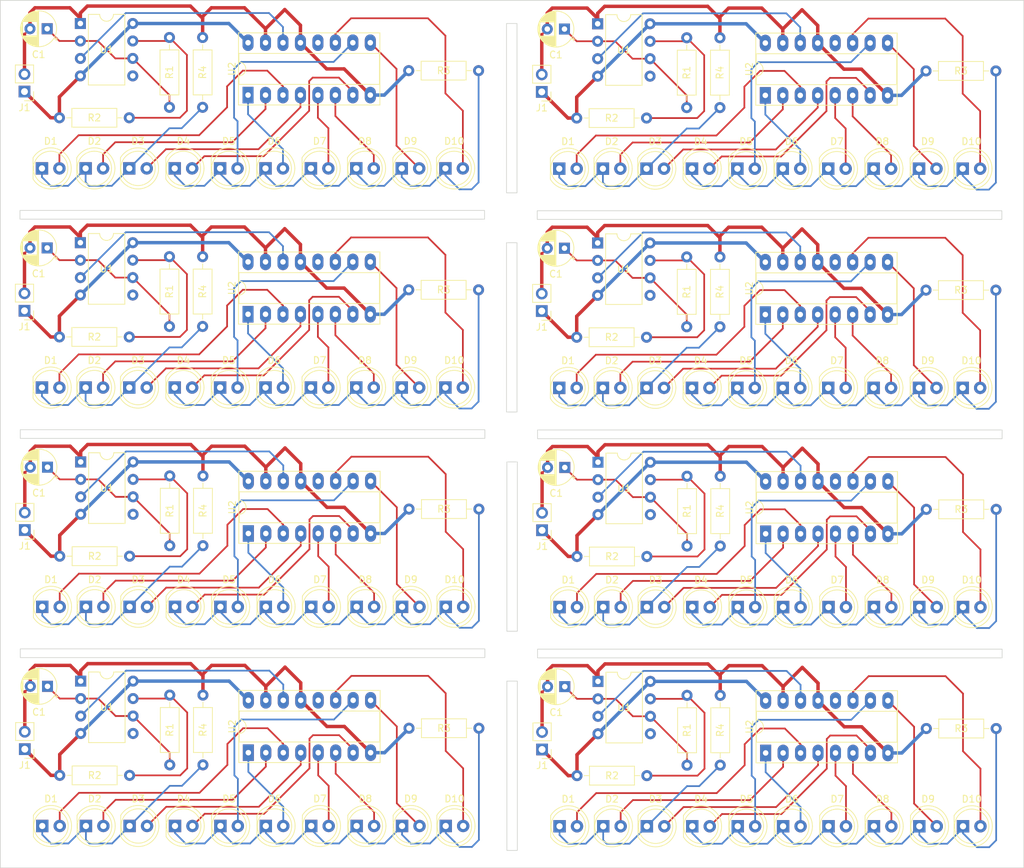
<source format=kicad_pcb>
(kicad_pcb (version 20221018) (generator pcbnew)
  (layers (0 "F.Cu" signal) (31 "B.Cu" signal) (34 "B.Paste" user) (35 "F.Paste" user) (36 "B.SilkS" user "B.Silkscreen") (37 "F.SilkS" user "F.Silkscreen") (38 "B.Mask" user) (39 "F.Mask" user) (44 "Edge.Cuts" user))
  (net 0 "")
  (net 1 "Net-(U1-THR)")
  (net 2 "GND")
  (net 3 "Net-(D1-K)")
  (net 4 "Net-(D1-A)")
  (net 5 "Net-(D2-A)")
  (net 6 "Net-(D3-A)")
  (net 7 "Net-(D10-K)")
  (net 8 "Net-(D4-A)")
  (net 9 "Net-(D5-A)")
  (net 10 "Net-(D6-A)")
  (net 11 "Net-(D7-A)")
  (net 12 "Net-(D8-A)")
  (net 13 "Net-(D9-A)")
  (net 14 "Net-(D10-A)")
  (net 15 "Net-(U1-DIS)")
  (net 16 "+5V")
  (net 17 "Net-(U1-Q)")
  (footprint "LED_THT:LED_D5.0mm" (layer "F.Cu") (at 37.338 143.51)
    (fp_text reference "D1")
    (fp_text value "LED's")
  )
  (footprint "LED_THT:LED_D5.0mm" (layer "F.Cu") (at 112.566751 143.55195)
    (fp_text reference "D1")
    (fp_text value "LED's")
  )
  (footprint "LED_THT:LED_D5.0mm" (layer "F.Cu") (at 164.890751 143.55195)
    (fp_text reference "D9")
    (fp_text value "LED")
  )
  (footprint "LED_THT:LED_D5.0mm" (layer "F.Cu") (at 43.688 143.51)
    (fp_text reference "D2")
    (fp_text value "LED")
  )
  (footprint "LED_THT:LED_D5.0mm" (layer "F.Cu") (at 56.642 111.617404)
    (fp_text reference "D4")
    (fp_text value "LED")
  )
  (footprint "LED_THT:LED_D5.0mm" (layer "F.Cu") (at 125.222 47.863404)
    (fp_text reference "D3")
    (fp_text value "LED")
  )
  (footprint "LED_THT:LED_D5.0mm" (layer "F.Cu") (at 37.338 111.617404)
    (fp_text reference "D1")
    (fp_text value "LED's")
  )
  (footprint "LED_THT:LED_D5.0mm" (layer "F.Cu") (at 95.967249 79.71405)
    (fp_text reference "D10")
    (fp_text value "LED")
  )
  (footprint "Package_DIP:DIP-16_W7.62mm_Socket_LongPads" (layer "F.Cu") (at 142.494 69.088 90)
    (fp_text reference "U2")
    (fp_text value "4017" hide)
  )
  (footprint "Capacitor_THT:CP_Radial_D5.0mm_P2.50mm" (layer "F.Cu") (at 38.055249 59.39405 180)
    (fp_text reference "C1")
    (fp_text value "1uF" hide)
  )
  (footprint "LED_THT:LED_D5.0mm" (layer "F.Cu") (at 69.805249 47.821454)
    (fp_text reference "D6")
    (fp_text value "LED")
  )
  (footprint "LED_THT:LED_D5.0mm" (layer "F.Cu") (at 151.638 79.756)
    (fp_text reference "D7")
    (fp_text value "LED")
  )
  (footprint "Package_DIP:DIP-16_W7.62mm_Socket_LongPads" (layer "F.Cu") (at 67.265249 69.04605 90)
    (fp_text reference "U2")
    (fp_text value "4017" hide)
  )
  (footprint "Resistor_THT:R_Axial_DIN0207_L6.3mm_D2.5mm_P10.16mm_Horizontal" (layer "F.Cu") (at 39.878 104.251404)
    (fp_text reference "R2")
    (fp_text value "1K" hide)
  )
  (footprint "Resistor_THT:R_Axial_DIN0207_L6.3mm_D2.5mm_P10.16mm_Horizontal" (layer "F.Cu") (at 115.106751 104.293354)
    (fp_text reference "R2")
    (fp_text value "1K" hide)
  )
  (footprint "LED_THT:LED_D5.0mm" (layer "F.Cu") (at 43.643249 47.821454)
    (fp_text reference "D2")
    (fp_text value "LED")
  )
  (footprint "Resistor_THT:R_Axial_DIN0207_L6.3mm_D2.5mm_P10.16mm_Horizontal" (layer "F.Cu") (at 55.88 92.567404 -90)
    (fp_text reference "R1")
    (fp_text value "47K" hide)
  )
  (footprint "LED_THT:LED_D5.0mm" (layer "F.Cu") (at 131.826 79.756)
    (fp_text reference "D4")
    (fp_text value "LED")
  )
  (footprint "LED_THT:LED_D5.0mm" (layer "F.Cu") (at 83.013249 47.821454)
    (fp_text reference "D8")
    (fp_text value "LED")
  )
  (footprint "Capacitor_THT:CP_Radial_D5.0mm_P2.50mm" (layer "F.Cu") (at 113.284 59.436 180)
    (fp_text reference "C1")
    (fp_text value "1uF" hide)
  )
  (footprint "Resistor_THT:R_Axial_DIN0207_L6.3mm_D2.5mm_P10.16mm_Horizontal" (layer "F.Cu") (at 176.066751 129.32795 180)
    (fp_text reference "R3")
    (fp_text value "R" hide)
  )
  (footprint "LED_THT:LED_D5.0mm" (layer "F.Cu") (at 151.682751 111.659354)
    (fp_text reference "D7")
    (fp_text value "LED")
  )
  (footprint "Package_DIP:DIP-16_W7.62mm_Socket_LongPads" (layer "F.Cu") (at 142.538751 132.88395 90)
    (fp_text reference "U2")
    (fp_text value "4017" hide)
  )
  (footprint "LED_THT:LED_D5.0mm" (layer "F.Cu") (at 158.242 79.756)
    (fp_text reference "D8")
    (fp_text value "LED")
  )
  (footprint "LED_THT:LED_D5.0mm" (layer "F.Cu") (at 125.266751 111.659354)
    (fp_text reference "D3")
    (fp_text value "LED")
  )
  (footprint "Resistor_THT:R_Axial_DIN0207_L6.3mm_D2.5mm_P10.16mm_Horizontal" (layer "F.Cu") (at 55.88 124.46 -90)
    (fp_text reference "R1")
    (fp_text value "47K" hide)
  )
  (footprint "Package_DIP:DIP-8_W7.62mm" (layer "F.Cu") (at 42.926 122.428)
    (fp_text reference "U1")
    (fp_text value "NE555P" hide)
  )
  (footprint "Capacitor_THT:CP_Radial_D5.0mm_P2.50mm" (layer "F.Cu") (at 113.328751 91.339354 180)
    (fp_text reference "C1")
    (fp_text value "1uF" hide)
  )
  (footprint "LED_THT:LED_D5.0mm" (layer "F.Cu") (at 171.196 47.863404)
    (fp_text reference "D10")
    (fp_text value "LED")
  )
  (footprint "LED_THT:LED_D5.0mm" (layer "F.Cu") (at 63.201249 79.71405)
    (fp_text reference "D5")
    (fp_text value "LED")
  )
  (footprint "LED_THT:LED_D5.0mm" (layer "F.Cu") (at 112.522 79.756)
    (fp_text reference "D1")
    (fp_text value "LED's")
  )
  (footprint "LED_THT:LED_D5.0mm" (layer "F.Cu") (at 118.916751 143.55195)
    (fp_text reference "D2")
    (fp_text value "LED")
  )
  (footprint "Resistor_THT:R_Axial_DIN0207_L6.3mm_D2.5mm_P10.16mm_Horizontal" (layer "F.Cu") (at 39.833249 40.455454)
    (fp_text reference "R2")
    (fp_text value "1K" hide)
  )
  (footprint "Resistor_THT:R_Axial_DIN0207_L6.3mm_D2.5mm_P10.16mm_Horizontal" (layer "F.Cu") (at 100.793249 33.597454 180)
    (fp_text reference "R3")
    (fp_text value "R" hide)
  )
  (footprint "LED_THT:LED_D5.0mm" (layer "F.Cu") (at 164.846 47.863404)
    (fp_text reference "D9")
    (fp_text value "LED")
  )
  (footprint "LED_THT:LED_D5.0mm" (layer "F.Cu") (at 49.993249 47.821454)
    (fp_text reference "D3")
    (fp_text value "LED")
  )
  (footprint "Package_DIP:DIP-16_W7.62mm_Socket_LongPads" (layer "F.Cu") (at 67.31 132.842 90)
    (fp_text reference "U2")
    (fp_text value "4017" hide)
  )
  (footprint "Package_DIP:DIP-8_W7.62mm" (layer "F.Cu") (at 42.881249 26.739454)
    (fp_text reference "U1")
    (fp_text value "NE555P" hide)
  )
  (footprint "LED_THT:LED_D5.0mm" (layer "F.Cu") (at 89.617249 47.821454)
    (fp_text reference "D9")
    (fp_text value "LED")
  )
  (footprint "Connector_PinHeader_2.54mm:PinHeader_1x02_P2.54mm_Vertical" (layer "F.Cu") (at 110.026751 132.37595 180)
    (fp_text reference "J1")
    (fp_text value "Conn_01x02" hide)
  )
  (footprint "LED_THT:LED_D5.0mm" (layer "F.Cu") (at 131.870751 111.659354)
    (fp_text reference "D4")
    (fp_text value "LED")
  )
  (footprint "LED_THT:LED_D5.0mm" (layer "F.Cu") (at 63.246 143.51)
    (fp_text reference "D5")
    (fp_text value "LED")
  )
  (footprint "LED_THT:LED_D5.0mm" (layer "F.Cu") (at 76.454 111.617404)
    (fp_text reference "D7")
    (fp_text value "LED")
  )
  (footprint "LED_THT:LED_D5.0mm" (layer "F.Cu") (at 125.266751 143.55195)
    (fp_text reference "D3")
    (fp_text value "LED")
  )
  (footprint "LED_THT:LED_D5.0mm" (layer "F.Cu") (at 118.872 47.863404)
    (fp_text reference "D2")
    (fp_text value "LED")
  )
  (footprint "LED_THT:LED_D5.0mm" (layer "F.Cu") (at 83.013249 79.71405)
    (fp_text reference "D8")
    (fp_text value "LED")
  )
  (footprint "Resistor_THT:R_Axial_DIN0207_L6.3mm_D2.5mm_P10.16mm_Horizontal" (layer "F.Cu") (at 115.062 40.497404)
    (fp_text reference "R2")
    (fp_text value "1K" hide)
  )
  (footprint "LED_THT:LED_D5.0mm" (layer "F.Cu") (at 89.617249 79.71405)
    (fp_text reference "D9")
    (fp_text value "LED")
  )
  (footprint "Resistor_THT:R_Axial_DIN0207_L6.3mm_D2.5mm_P10.16mm_Horizontal" (layer "F.Cu") (at 60.661249 38.931454 90)
    (fp_text reference "R4")
    (fp_text value "R" hide)
  )
  (footprint "LED_THT:LED_D5.0mm" (layer "F.Cu") (at 164.890751 111.659354)
    (fp_text reference "D9")
    (fp_text value "LED")
  )
  (footprint "Resistor_THT:R_Axial_DIN0207_L6.3mm_D2.5mm_P10.16mm_Horizontal" (layer "F.Cu") (at 176.022 33.639404 180)
    (fp_text reference "R3")
    (fp_text value "R" hide)
  )
  (footprint "LED_THT:LED_D5.0mm" (layer "F.Cu") (at 138.43 79.756)
    (fp_text reference "D5")
    (fp_text value "LED")
  )
  (footprint "LED_THT:LED_D5.0mm" (layer "F.Cu") (at 112.566751 111.659354)
    (fp_text reference "D1")
    (fp_text value "LED's")
  )
  (footprint "Resistor_THT:R_Axial_DIN0207_L6.3mm_D2.5mm_P10.16mm_Horizontal" (layer "F.Cu") (at 60.706 134.62 90)
    (fp_text reference "R4")
    (fp_text value "R" hide)
  )
  (footprint "LED_THT:LED_D5.0mm" (layer "F.Cu") (at 96.012 143.51)
    (fp_text reference "D10")
    (fp_text value "LED")
  )
  (footprint "LED_THT:LED_D5.0mm" (layer "F.Cu") (at 138.474751 111.659354)
    (fp_text reference "D5")
    (fp_text value "LED")
  )
  (footprint "LED_THT:LED_D5.0mm" (layer "F.Cu") (at 171.196 79.756)
    (fp_text reference "D10")
    (fp_text value "LED")
  )
  (footprint "LED_THT:LED_D5.0mm" (layer "F.Cu") (at 112.522 47.863404)
    (fp_text reference "D1")
    (fp_text value "LED's")
  )
  (footprint "Package_DIP:DIP-16_W7.62mm_Socket_LongPads" (layer "F.Cu") (at 142.494 37.195404 90)
    (fp_text reference "U2")
    (fp_text value "4017" hide)
  )
  (footprint "LED_THT:LED_D5.0mm" (layer "F.Cu") (at 145.078751 143.55195)
    (fp_text reference "D6")
    (fp_text value "LED")
  )
  (footprint "LED_THT:LED_D5.0mm" (layer "F.Cu") (at 76.409249 79.71405)
    (fp_text reference "D7")
    (fp_text value "LED")
  )
  (footprint "Resistor_THT:R_Axial_DIN0207_L6.3mm_D2.5mm_P10.16mm_Horizontal" (layer "F.Cu") (at 115.106751 136.18595)
    (fp_text reference "R2")
    (fp_text value "1K" hide)
  )
  (footprint "Resistor_THT:R_Axial_DIN0207_L6.3mm_D2.5mm_P10.16mm_Horizontal" (layer "F.Cu") (at 100.793249 65.49005 180)
    (fp_text reference "R3")
    (fp_text value "R" hide)
  )
  (footprint "Connector_PinHeader_2.54mm:PinHeader_1x02_P2.54mm_Vertical" (layer "F.Cu") (at 34.753249 36.645454 180)
    (fp_text reference "J1")
    (fp_text value "Conn_01x02" hide)
  )
  (footprint "LED_THT:LED_D5.0mm" (layer "F.Cu") (at 43.688 111.617404)
    (fp_text reference "D2")
    (fp_text value "LED")
  )
  (footprint "LED_THT:LED_D5.0mm" (layer "F.Cu") (at 56.597249 79.71405)
    (fp_text reference "D4")
    (fp_text value "LED")
  )
  (footprint "LED_THT:LED_D5.0mm" (layer "F.Cu") (at 56.642 143.51)
    (fp_text reference "D4")
    (fp_text value "LED")
  )
  (footprint "Package_DIP:DIP-16_W7.62mm_Socket_LongPads" (layer "F.Cu") (at 67.31 100.949404 90)
    (fp_text reference "U2")
    (fp_text value "4017" hide)
  )
  (footprint "LED_THT:LED_D5.0mm" (layer "F.Cu") (at 89.662 143.51)
    (fp_text reference "D9")
    (fp_text value "LED")
  )
  (footprint "LED_THT:LED_D5.0mm" (layer "F.Cu") (at 131.870751 143.55195)
    (fp_text reference "D4")
    (fp_text value "LED")
  )
  (footprint "LED_THT:LED_D5.0mm" (layer "F.Cu") (at 125.222 79.756)
    (fp_text reference "D3")
    (fp_text value "LED")
  )
  (footprint "Package_DIP:DIP-8_W7.62mm" (layer "F.Cu") (at 42.881249 58.63205)
    (fp_text reference "U1")
    (fp_text value "NE555P" hide)
  )
  (footprint "Connector_PinHeader_2.54mm:PinHeader_1x02_P2.54mm_Vertical" (layer "F.Cu") (at 34.798 100.441404 180)
    (fp_text reference "J1")
    (fp_text value "Conn_01x02" hide)
  )
  (footprint "Capacitor_THT:CP_Radial_D5.0mm_P2.50mm" (layer "F.Cu") (at 38.1 123.19 180)
    (fp_text reference "C1")
    (fp_text value "1uF" hide)
  )
  (footprint "Resistor_THT:R_Axial_DIN0207_L6.3mm_D2.5mm_P10.16mm_Horizontal" (layer "F.Cu") (at 60.661249 70.82405 90)
    (fp_text reference "R4")
    (fp_text value "R" hide)
  )
  (footprint "LED_THT:LED_D5.0mm" (layer "F.Cu") (at 164.846 79.756)
    (fp_text reference "D9")
    (fp_text value "LED")
  )
  (footprint "LED_THT:LED_D5.0mm" (layer "F.Cu") (at 171.240751 111.659354)
    (fp_text reference "D10")
    (fp_text value "LED")
  )
  (footprint "LED_THT:LED_D5.0mm" (layer "F.Cu") (at 63.201249 47.821454)
    (fp_text reference "D5")
    (fp_text value "LED")
  )
  (footprint "Package_DIP:DIP-8_W7.62mm" (layer "F.Cu") (at 118.11 26.781404)
    (fp_text reference "U1")
    (fp_text value "NE555P" hide)
  )
  (footprint "LED_THT:LED_D5.0mm" (layer "F.Cu") (at 95.967249 47.821454)
    (fp_text reference "D10")
    (fp_text value "LED")
  )
  (footprint "Capacitor_THT:CP_Radial_D5.0mm_P2.50mm" (layer "F.Cu") (at 113.328751 123.23195 180)
    (fp_text reference "C1")
    (fp_text value "1uF" hide)
  )
  (footprint "Package_DIP:DIP-8_W7.62mm" (layer "F.Cu") (at 118.154751 122.46995)
    (fp_text reference "U1")
    (fp_text value "NE555P" hide)
  )
  (footprint "Resistor_THT:R_Axial_DIN0207_L6.3mm_D2.5mm_P10.16mm_Horizontal" (layer "F.Cu") (at 131.064 60.706 -90)
    (fp_text reference "R1")
    (fp_text value "47K" hide)
  )
  (footprint "LED_THT:LED_D5.0mm" (layer "F.Cu") (at 151.638 47.863404)
    (fp_text reference "D7")
    (fp_text value "LED")
  )
  (footprint "Capacitor_THT:CP_Radial_D5.0mm_P2.50mm" (layer "F.Cu") (at 38.055249 27.501454 180)
    (fp_text reference "C1")
    (fp_text value "1uF" hide)
  )
  (footprint "Connector_PinHeader_2.54mm:PinHeader_1x02_P2.54mm_Vertical" (layer "F.Cu") (at 109.982 68.58 180)
    (fp_text reference "J1")
    (fp_text value "Conn_01x02" hide)
  )
  (footprint "LED_THT:LED_D5.0mm" (layer "F.Cu") (at 171.240751 143.55195)
    (fp_text reference "D10")
    (fp_text value "LED")
  )
  (footprint "Capacitor_THT:CP_Radial_D5.0mm_P2.50mm" (layer "F.Cu") (at 113.284 27.543404 180)
    (fp_text reference "C1")
    (fp_text value "1uF" hide)
  )
  (footprint "Resistor_THT:R_Axial_DIN0207_L6.3mm_D2.5mm_P10.16mm_Horizontal" (layer "F.Cu") (at 55.835249 28.771454 -90)
    (fp_text reference "R1")
    (fp_text value "47K" hide)
  )
  (footprint "Resistor_THT:R_Axial_DIN0207_L6.3mm_D2.5mm_P10.16mm_Horizontal" (layer "F.Cu") (at 131.108751 92.609354 -90)
    (fp_text reference "R1")
    (fp_text value "47K" hide)
  )
  (footprint "Resistor_THT:R_Axial_DIN0207_L6.3mm_D2.5mm_P10.16mm_Horizontal" (layer "F.Cu") (at 176.066751 97.435354 180)
    (fp_text reference "R3")
    (fp_text value "R" hide)
  )
  (footprint "LED_THT:LED_D5.0mm" (layer "F.Cu") (at 118.872 79.756)
    (fp_text reference "D2")
    (fp_text value "LED")
  )
  (footprint "LED_THT:LED_D5.0mm" (layer "F.Cu") (at 76.454 143.51)
    (fp_text reference "D7")
    (fp_text value "LED")
  )
  (footprint "LED_THT:LED_D5.0mm" (layer "F.Cu") (at 76.409249 47.821454)
    (fp_text reference "D7")
    (fp_text value "LED")
  )
  (footprint "LED_THT:LED_D5.0mm" (layer "F.Cu") (at 83.058 111.617404)
    (fp_text reference "D8")
    (fp_text value "LED")
  )
  (footprint "Connector_PinHeader_2.54mm:PinHeader_1x02_P2.54mm_Vertical" (layer "F.Cu") (at 34.753249 68.53805 180)
    (fp_text reference "J1")
    (fp_text value "Conn_01x02" hide)
  )
  (footprint "LED_THT:LED_D5.0mm" (layer "F.Cu") (at 49.993249 79.71405)
    (fp_text reference "D3")
    (fp_text value "LED")
  )
  (footprint "LED_THT:LED_D5.0mm" (layer "F.Cu") (at 50.038 143.51)
    (fp_text reference "D3")
    (fp_text value "LED")
  )
  (footprint "LED_THT:LED_D5.0mm" (layer "F.Cu") (at 145.078751 111.659354)
    (fp_text reference "D6")
    (fp_text value "LED")
  )
  (footprint "LED_THT:LED_D5.0mm" (layer "F.Cu") (at 118.916751 111.659354)
    (fp_text reference "D2")
    (fp_text value "LED")
  )
  (footprint "LED_THT:LED_D5.0mm" (layer "F.Cu") (at 158.242 47.863404)
    (fp_text reference "D8")
    (fp_text value "LED")
  )
  (footprint "LED_THT:LED_D5.0mm" (layer "F.Cu") (at 145.034 47.863404)
    (fp_text reference "D6")
    (fp_text value "LED")
  )
  (footprint "LED_THT:LED_D5.0mm" (layer "F.Cu") (at 138.43 47.863404)
    (fp_text reference "D5")
    (fp_text value "LED")
  )
  (footprint "LED_THT:LED_D5.0mm" (layer "F.Cu") (at 158.286751 111.659354)
    (fp_text reference "D8")
    (fp_text value "LED")
  )
  (footprint "LED_THT:LED_D5.0mm" (layer "F.Cu") (at 145.034 79.756)
    (fp_text reference "D6")
    (fp_text value "LED")
  )
  (footprint "LED_THT:LED_D5.0mm" (layer "F.Cu") (at 50.038 111.617404)
    (fp_text reference "D3")
    (fp_text value "LED")
  )
  (footprint "Package_DIP:DIP-16_W7.62mm_Socket_LongPads" (layer "F.Cu") (at 142.538751 100.991354 90)
    (fp_text reference "U2")
    (fp_text value "4017" hide)
  )
  (footprint "LED_THT:LED_D5.0mm" (layer "F.Cu") (at 63.246 111.617404)
    (fp_text reference "D5")
    (fp_text value "LED")
  )
  (footprint "LED_THT:LED_D5.0mm" (layer "F.Cu") (at 56.597249 47.821454)
    (fp_text reference "D4")
    (fp_text value "LED")
  )
  (footprint "LED_THT:LED_D5.0mm" (layer "F.Cu") (at 37.293249 79.71405)
    (fp_text reference "D1")
    (fp_text value "LED's")
  )
  (footprint "Resistor_THT:R_Axial_DIN0207_L6.3mm_D2.5mm_P10.16mm_Horizontal" (layer "F.Cu") (at 135.89 38.973404 90)
    (fp_text reference "R4")
    (fp_text value "R" hide)
  )
  (footprint "Capacitor_THT:CP_Radial_D5.0mm_P2.50mm" (layer "F.Cu") (at 38.1 91.297404 180)
    (fp_text reference "C1")
    (fp_text value "1uF" hide)
  )
  (footprint "LED_THT:LED_D5.0mm" (layer "F.Cu") (at 69.85 111.617404)
    (fp_text reference "D6")
    (fp_text value "LED")
  )
  (footprint "Connector_PinHeader_2.54mm:PinHeader_1x02_P2.54mm_Vertical" (layer "F.Cu") (at 110.026751 100.483354 180)
    (fp_text reference "J1")
    (fp_text value "Conn_01x02" hide)
  )
  (footprint "Resistor_THT:R_Axial_DIN0207_L6.3mm_D2.5mm_P10.16mm_Horizontal" (layer "F.Cu") (at 135.934751 102.769354 90)
    (fp_text reference "R4")
    (fp_text value "R" hide)
  )
  (footprint "LED_THT:LED_D5.0mm" (layer "F.Cu") (at 37.293249 47.821454)
    (fp_text reference "D1")
    (fp_text value "LED's")
  )
  (footprint "LED_THT:LED_D5.0mm" (layer "F.Cu") (at 69.805249 79.71405)
    (fp_text reference "D6")
    (fp_text value "LED")
  )
  (footprint "Resistor_THT:R_Axial_DIN0207_L6.3mm_D2.5mm_P10.16mm_Horizontal" (layer "F.Cu") (at 100.838 129.286 180)
    (fp_text reference "R3")
    (fp_text value "R" hide)
  )
  (footprint "Resistor_THT:R_Axial_DIN0207_L6.3mm_D2.5mm_P10.16mm_Horizontal" (layer "F.Cu") (at 176.022 65.532 180)
    (fp_text reference "R3")
    (fp_text value "R" hide)
  )
  (footprint "LED_THT:LED_D5.0mm" (layer "F.Cu") (at 43.643249 79.71405)
    (fp_text reference "D2")
    (fp_text value "LED")
  )
  (footprint "LED_THT:LED_D5.0mm" (layer "F.Cu") (at 69.85 143.51)
    (fp_text reference "D6")
    (fp_text value "LED")
  )
  (footprint "Resistor_THT:R_Axial_DIN0207_L6.3mm_D2.5mm_P10.16mm_Horizontal" (layer "F.Cu") (at 135.934751 134.66195 90)
    (fp_text reference "R4")
    (fp_text value "R" hide)
  )
  (footprint "Resistor_THT:R_Axial_DIN0207_L6.3mm_D2.5mm_P10.16mm_Horizontal" (layer "F.Cu") (at 60.706 102.727404 90)
    (fp_text reference "R4")
    (fp_text value "R" hide)
  )
  (footprint "LED_THT:LED_D5.0mm" (layer "F.Cu") (at 151.682751 143.55195)
    (fp_text reference "D7")
    (fp_text value "LED")
  )
  (footprint "Resistor_THT:R_Axial_DIN0207_L6.3mm_D2.5mm_P10.16mm_Horizontal" (layer "F.Cu") (at 115.062 72.39)
    (fp_text reference "R2")
    (fp_text value "1K" hide)
  )
  (footprint "Resistor_THT:R_Axial_DIN0207_L6.3mm_D2.5mm_P10.16mm_Horizontal" (layer "F.Cu") (at 100.838 97.393404 180)
    (fp_text reference "R3")
    (fp_text value "R" hide)
  )
  (footprint "LED_THT:LED_D5.0mm" (layer "F.Cu") (at 96.012 111.617404)
    (fp_text reference "D10")
    (fp_text value "LED")
  )
  (footprint "Resistor_THT:R_Axial_DIN0207_L6.3mm_D2.5mm_P10.16mm_Horizontal" (layer "F.Cu") (at 131.108751 124.50195 -90)
    (fp_text reference "R1")
    (fp_text value "47K" hide)
  )
  (footprint "Package_DIP:DIP-16_W7.62mm_Socket_LongPads" (layer "F.Cu") (at 67.265249 37.153454 90)
    (fp_text reference "U2")
    (fp_text value "4017" hide)
  )
  (footprint "Package_DIP:DIP-8_W7.62mm" (layer "F.Cu") (at 42.926 90.535404)
    (fp_text reference "U1")
    (fp_text value "NE555P" hide)
  )
  (footprint "LED_THT:LED_D5.0mm" (layer "F.Cu") (at 83.058 143.51)
    (fp_text reference "D8")
    (fp_text value "LED")
  )
  (footprint "LED_THT:LED_D5.0mm" (layer "F.Cu") (at 138.474751 143.55195)
    (fp_text reference "D5")
    (fp_text value "LED")
  )
  (footprint "Package_DIP:DIP-8_W7.62mm" (layer "F.Cu") (at 118.11 58.674)
    (fp_text reference "U1")
    (fp_text value "NE555P" hide)
  )
  (footprint "Resistor_THT:R_Axial_DIN0207_L6.3mm_D2.5mm_P10.16mm_Horizontal" (layer "F.Cu") (at 55.835249 60.66405 -90)
    (fp_text reference "R1")
    (fp_text value "47K" hide)
  )
  (footprint "LED_THT:LED_D5.0mm" (layer "F.Cu") (at 158.286751 143.55195)
    (fp_text reference "D8")
    (fp_text value "LED")
  )
  (footprint "Package_DIP:DIP-8_W7.62mm" (layer "F.Cu") (at 118.154751 90.577354)
    (fp_text reference "U1")
    (fp_text value "NE555P" hide)
  )
  (footprint "Resistor_THT:R_Axial_DIN0207_L6.3mm_D2.5mm_P10.16mm_Horizontal" (layer "F.Cu") (at 135.89 70.866 90)
    (fp_text reference "R4")
    (fp_text value "R" hide)
  )
  (footprint "LED_THT:LED_D5.0mm" (layer "F.Cu") (at 89.662 111.617404)
    (fp_text reference "D9")
    (fp_text value "LED")
  )
  (footprint "Connector_PinHeader_2.54mm:PinHeader_1x02_P2.54mm_Vertical" (layer "F.Cu") (at 109.982 36.687404 180)
    (fp_text reference "J1")
    (fp_text value "Conn_01x02" hide)
  )
  (footprint "LED_THT:LED_D5.0mm" (layer "F.Cu") (at 131.826 47.863404)
    (fp_text reference "D4")
    (fp_text value "LED")
  )
  (footprint "Connector_PinHeader_2.54mm:PinHeader_1x02_P2.54mm_Vertical" (layer "F.Cu") (at 34.798 132.334 180)
    (fp_text reference "J1")
    (fp_text value "Conn_01x02" hide)
  )
  (footprint "Resistor_THT:R_Axial_DIN0207_L6.3mm_D2.5mm_P10.16mm_Horizontal" (layer "F.Cu") (at 39.833249 72.34805)
    (fp_text reference "R2")
    (fp_text value "1K" hide)
  )
  (footprint "Resistor_THT:R_Axial_DIN0207_L6.3mm_D2.5mm_P10.16mm_Horizontal" (layer "F.Cu") (at 131.064 28.813404 -90)
    (fp_text reference "R1")
    (fp_text value "47K" hide)
  )
  (footprint "Resistor_THT:R_Axial_DIN0207_L6.3mm_D2.5mm_P10.16mm_Horizontal" (layer "F.Cu") (at 39.878 136.144)
    (fp_text reference "R2")
    (fp_text value "1K" hide)
  )
  (gr_rect (start 34.094248 53.939159) (end 101.658248 55.209159) (stroke (width 0.1)) (fill none) (layer "Edge.Cuts"))
  (gr_rect (start 109.36775 117.777059) (end 176.93175 119.047059) (stroke (width 0.1)) (fill none) (layer "Edge.Cuts"))
  (gr_rect (start 34.138999 85.842513) (end 101.702999 87.112513) (stroke (width 0.1)) (fill none) (layer "Edge.Cuts"))
  (gr_rect (start 31.242 23.368) (end 180.086 149.606) (stroke (width 0.1)) (fill none) (layer "Edge.Cuts"))
  (gr_rect (start 109.322999 53.981109) (end 176.886999 55.251109) (stroke (width 0.1)) (fill none) (layer "Edge.Cuts"))
  (gr_rect (start 104.857249 26.739454) (end 106.381249 51.377454) (stroke (width 0.1)) (fill none) (layer "Edge.Cuts"))
  (gr_rect (start 34.138999 117.735109) (end 101.702999 119.005109) (stroke (width 0.1)) (fill none) (layer "Edge.Cuts"))
  (gr_rect (start 104.902 90.535404) (end 106.426 115.173404) (stroke (width 0.1)) (fill none) (layer "Edge.Cuts"))
  (gr_rect (start 104.857249 58.63205) (end 106.381249 83.27005) (stroke (width 0.1)) (fill none) (layer "Edge.Cuts"))
  (gr_rect (start 109.36775 85.884463) (end 176.93175 87.154463) (stroke (width 0.1)) (fill none) (layer "Edge.Cuts"))
  (gr_rect (start 104.902 122.428) (end 106.426 147.066) (stroke (width 0.1)) (fill none) (layer "Edge.Cuts"))
  (segment (start 123.234751 127.54995) (end 125.774751 127.54995) (width 0.25) (layer "F.Cu") (net 1))
  (segment (start 55.88 100.949404) (end 55.88 102.727404) (width 0.25) (layer "F.Cu") (net 1))
  (segment (start 39.833249 29.279454) (end 42.881249 29.279454) (width 0.25) (layer "F.Cu") (net 1))
  (segment (start 115.062 61.214) (end 118.11 61.214) (width 0.25) (layer "F.Cu") (net 1))
  (segment (start 113.328751 91.339354) (end 115.106751 93.117354) (width 0.25) (layer "F.Cu") (net 1))
  (segment (start 123.19 63.754) (end 125.73 63.754) (width 0.25) (layer "F.Cu") (net 1))
  (segment (start 45.466 93.075404) (end 48.006 95.615404) (width 0.25) (layer "F.Cu") (net 1))
  (segment (start 47.961249 31.819454) (end 50.501249 31.819454) (width 0.25) (layer "F.Cu") (net 1))
  (segment (start 125.774751 127.54995) (end 131.108751 132.88395) (width 0.25) (layer "F.Cu") (net 1))
  (segment (start 48.006 127.508) (end 50.546 127.508) (width 0.25) (layer "F.Cu") (net 1))
  (segment (start 38.055249 27.501454) (end 39.833249 29.279454) (width 0.25) (layer "F.Cu") (net 1))
  (segment (start 120.65 61.214) (end 123.19 63.754) (width 0.25) (layer "F.Cu") (net 1))
  (segment (start 45.421249 61.17205) (end 47.961249 63.71205) (width 0.25) (layer "F.Cu") (net 1))
  (segment (start 55.835249 69.04605) (end 55.835249 70.82405) (width 0.25) (layer "F.Cu") (net 1))
  (segment (start 45.421249 29.279454) (end 47.961249 31.819454) (width 0.25) (layer "F.Cu") (net 1))
  (segment (start 55.88 132.842) (end 55.88 134.62) (width 0.25) (layer "F.Cu") (net 1))
  (segment (start 42.881249 61.17205) (end 45.421249 61.17205) (width 0.25) (layer "F.Cu") (net 1))
  (segment (start 123.234751 95.657354) (end 125.774751 95.657354) (width 0.25) (layer "F.Cu") (net 1))
  (segment (start 38.1 123.19) (end 39.878 124.968) (width 0.25) (layer "F.Cu") (net 1))
  (segment (start 38.055249 59.39405) (end 39.833249 61.17205) (width 0.25) (layer "F.Cu") (net 1))
  (segment (start 47.961249 63.71205) (end 50.501249 63.71205) (width 0.25) (layer "F.Cu") (net 1))
  (segment (start 118.11 29.321404) (end 120.65 29.321404) (width 0.25) (layer "F.Cu") (net 1))
  (segment (start 42.926 93.075404) (end 45.466 93.075404) (width 0.25) (layer "F.Cu") (net 1))
  (segment (start 123.19 31.861404) (end 125.73 31.861404) (width 0.25) (layer "F.Cu") (net 1))
  (segment (start 131.064 69.088) (end 131.064 70.866) (width 0.25) (layer "F.Cu") (net 1))
  (segment (start 120.694751 125.00995) (end 123.234751 127.54995) (width 0.25) (layer "F.Cu") (net 1))
  (segment (start 55.835249 37.153454) (end 55.835249 38.931454) (width 0.25) (layer "F.Cu") (net 1))
  (segment (start 115.106751 93.117354) (end 118.154751 93.117354) (width 0.25) (layer "F.Cu") (net 1))
  (segment (start 120.65 29.321404) (end 123.19 31.861404) (width 0.25) (layer "F.Cu") (net 1))
  (segment (start 131.064 37.195404) (end 131.064 38.973404) (width 0.25) (layer "F.Cu") (net 1))
  (segment (start 115.062 29.321404) (end 118.11 29.321404) (width 0.25) (layer "F.Cu") (net 1))
  (segment (start 125.73 31.861404) (end 131.064 37.195404) (width 0.25) (layer "F.Cu") (net 1))
  (segment (start 39.878 93.075404) (end 42.926 93.075404) (width 0.25) (layer "F.Cu") (net 1))
  (segment (start 118.154751 125.00995) (end 120.694751 125.00995) (width 0.25) (layer "F.Cu") (net 1))
  (segment (start 131.108751 132.88395) (end 131.108751 134.66195) (width 0.25) (layer "F.Cu") (net 1))
  (segment (start 42.881249 29.279454) (end 45.421249 29.279454) (width 0.25) (layer "F.Cu") (net 1))
  (segment (start 48.006 95.615404) (end 50.546 95.615404) (width 0.25) (layer "F.Cu") (net 1))
  (segment (start 39.833249 61.17205) (end 42.881249 61.17205) (width 0.25) (layer "F.Cu") (net 1))
  (segment (start 50.546 127.508) (end 55.88 132.842) (width 0.25) (layer "F.Cu") (net 1))
  (segment (start 131.108751 100.991354) (end 131.108751 102.769354) (width 0.25) (layer "F.Cu") (net 1))
  (segment (start 39.878 124.968) (end 42.926 124.968) (width 0.25) (layer "F.Cu") (net 1))
  (segment (start 50.546 95.615404) (end 55.88 100.949404) (width 0.25) (layer "F.Cu") (net 1))
  (segment (start 125.774751 95.657354) (end 131.108751 100.991354) (width 0.25) (layer "F.Cu") (net 1))
  (segment (start 115.106751 125.00995) (end 118.154751 125.00995) (width 0.25) (layer "F.Cu") (net 1))
  (segment (start 125.73 63.754) (end 131.064 69.088) (width 0.25) (layer "F.Cu") (net 1))
  (segment (start 120.694751 93.117354) (end 123.234751 95.657354) (width 0.25) (layer "F.Cu") (net 1))
  (segment (start 113.284 59.436) (end 115.062 61.214) (width 0.25) (layer "F.Cu") (net 1))
  (segment (start 45.466 124.968) (end 48.006 127.508) (width 0.25) (layer "F.Cu") (net 1))
  (segment (start 38.1 91.297404) (end 39.878 93.075404) (width 0.25) (layer "F.Cu") (net 1))
  (segment (start 50.501249 31.819454) (end 55.835249 37.153454) (width 0.25) (layer "F.Cu") (net 1))
  (segment (start 113.284 27.543404) (end 115.062 29.321404) (width 0.25) (layer "F.Cu") (net 1))
  (segment (start 118.154751 93.117354) (end 120.694751 93.117354) (width 0.25) (layer "F.Cu") (net 1))
  (segment (start 42.926 124.968) (end 45.466 124.968) (width 0.25) (layer "F.Cu") (net 1))
  (segment (start 118.11 61.214) (end 120.65 61.214) (width 0.25) (layer "F.Cu") (net 1))
  (segment (start 113.328751 123.23195) (end 115.106751 125.00995) (width 0.25) (layer "F.Cu") (net 1))
  (segment (start 50.501249 63.71205) (end 55.835249 69.04605) (width 0.25) (layer "F.Cu") (net 1))
  (segment (start 74.93 122.682) (end 74.93 125.222) (width 0.5) (layer "F.Cu") (net 2))
  (segment (start 34.798 123.992) (end 35.6 123.19) (width 0.25) (layer "F.Cu") (net 2))
  (segment (start 150.114 61.468) (end 153.924 65.278) (width 0.5) (layer "F.Cu") (net 2))
  (segment (start 35.555249 59.39405) (end 35.555249 57.06805) (width 0.5) (layer "F.Cu") (net 2))
  (segment (start 111.506 56.388) (end 116.586 56.388) (width 0.5) (layer "F.Cu") (net 2))
  (segment (start 60.661249 60.66405) (end 60.661249 57.61605) (width 0.5) (layer "F.Cu") (net 2))
  (segment (start 145.078751 123.23195) (end 145.078751 125.26395) (width 0.5) (layer "F.Cu") (net 2))
  (segment (start 110.026751 129.83595) (end 110.026751 124.03395) (width 0.5) (layer "F.Cu") (net 2))
  (segment (start 36.322 120.142) (end 41.402 120.142) (width 0.5) (layer "F.Cu") (net 2))
  (segment (start 42.926 90.535404) (end 42.926 89.011404) (width 0.5) (layer "F.Cu") (net 2))
  (segment (start 81.235249 33.343454) (end 85.045249 37.153454) (width 0.5) (layer "F.Cu") (net 2))
  (segment (start 35.6 91.297404) (end 35.6 88.971404) (width 0.5) (layer "F.Cu") (net 2))
  (segment (start 116.630751 88.291354) (end 118.154751 89.815354) (width 0.5) (layer "F.Cu") (net 2))
  (segment (start 42.881249 58.63205) (end 42.881249 57.10805) (width 0.5) (layer "F.Cu") (net 2))
  (segment (start 35.6 120.864) (end 36.322 120.142) (width 0.5) (layer "F.Cu") (net 2))
  (segment (start 69.85 123.19) (end 72.644 120.396) (width 0.5) (layer "F.Cu") (net 2))
  (segment (start 134.112 56.134) (end 135.89 57.912) (width 0.5) (layer "F.Cu") (net 2))
  (segment (start 137.204751 120.18395) (end 142.030751 120.18395) (width 0.5) (layer "F.Cu") (net 2))
  (segment (start 72.599249 56.60005) (end 74.885249 58.88605) (width 0.5) (layer "F.Cu") (net 2))
  (segment (start 110.026751 92.141354) (end 110.828751 91.339354) (width 0.25) (layer "F.Cu") (net 2))
  (segment (start 42.881249 26.739454) (end 42.881249 25.215454) (width 0.5) (layer "F.Cu") (net 2))
  (segment (start 36.277249 24.453454) (end 41.357249 24.453454) (width 0.5) (layer "F.Cu") (net 2))
  (segment (start 145.034 27.543404) (end 147.828 24.749404) (width 0.5) (layer "F.Cu") (net 2))
  (segment (start 118.154751 120.94595) (end 119.170751 119.92995) (width 0.5) (layer "F.Cu") (net 2))
  (segment (start 118.11 26.781404) (end 118.11 25.257404) (width 0.5) (layer "F.Cu") (net 2))
  (segment (start 137.16 24.495404) (end 141.986 24.495404) (width 0.5) (layer "F.Cu") (net 2))
  (segment (start 153.968751 129.07395) (end 156.508751 129.07395) (width 0.5) (layer "F.Cu") (net 2))
  (segment (start 41.357249 56.34605) (end 42.881249 57.87005) (width 0.5) (layer "F.Cu") (net 2))
  (segment (start 41.357249 24.453454) (end 42.881249 25.977454) (width 0.5) (layer "F.Cu") (net 2))
  (segment (start 58.928 87.995404) (end 60.706 89.773404) (width 0.5) (layer "F.Cu") (net 2))
  (segment (start 43.897249 56.09205) (end 58.883249 56.09205) (width 0.5) (layer "F.Cu") (net 2))
  (segment (start 150.158751 125.26395) (end 153.968751 129.07395) (width 0.5) (layer "F.Cu") (net 2))
  (segment (start 119.170751 119.92995) (end 134.156751 119.92995) (width 0.5) (layer "F.Cu") (net 2))
  (segment (start 60.706 124.46) (end 60.706 121.412) (width 0.5) (layer "F.Cu") (net 2))
  (segment (start 119.126 24.241404) (end 134.112 24.241404) (width 0.5) (layer "F.Cu") (net 2))
  (segment (start 111.550751 120.18395) (end 116.630751 120.18395) (width 0.5) (layer "F.Cu") (net 2))
  (segment (start 34.798 97.901404) (end 34.798 92.099404) (width 0.5) (layer "F.Cu") (net 2))
  (segment (start 35.555249 25.175454) (end 36.277249 24.453454) (width 0.5) (layer "F.Cu") (net 2))
  (segment (start 116.586 56.388) (end 118.11 57.912) (width 0.5) (layer "F.Cu") (net 2))
  (segment (start 135.89 57.658) (end 137.16 56.388) (width 0.5) (layer "F.Cu") (net 2))
  (segment (start 118.154751 122.46995) (end 118.154751 120.94595) (width 0.5) (layer "F.Cu") (net 2))
  (segment (start 36.322 88.249404) (end 41.402 88.249404) (width 0.5) (layer "F.Cu") (net 2))
  (segment (start 41.402 120.142) (end 42.926 121.666) (width 0.5) (layer "F.Cu") (net 2))
  (segment (start 43.942 87.995404) (end 58.928 87.995404) (width 0.5) (layer "F.Cu") (net 2))
  (segment (start 41.402 88.249404) (end 42.926 89.773404) (width 0.5) (layer "F.Cu") (net 2))
  (segment (start 141.986 56.388) (end 145.034 59.436) (width 0.5) (layer "F.Cu") (net 2))
  (segment (start 118.11 57.912) (end 118.11 58.674) (width 0.25) (layer "F.Cu") (net 2))
  (segment (start 66.802 120.142) (end 69.85 123.19) (width 0.5) (layer "F.Cu") (net 2))
  (segment (start 42.881249 57.87005) (end 42.881249 58.63205) (width 0.25) (layer "F.Cu") (net 2))
  (segment (start 34.798 92.099404) (end 35.6 91.297404) (width 0.25) (layer "F.Cu") (net 2))
  (segment (start 42.926 120.904) (end 43.942 119.888) (width 0.5) (layer "F.Cu") (net 2))
  (segment (start 153.924 65.278) (end 156.464 65.278) (width 0.5) (layer "F.Cu") (net 2))
  (segment (start 135.934751 124.50195) (end 135.934751 121.45395) (width 0.5) (layer "F.Cu") (net 2))
  (segment (start 69.85 123.19) (end 69.85 125.222) (width 0.5) (layer "F.Cu") (net 2))
  (segment (start 118.154751 90.577354) (end 118.154751 89.053354) (width 0.5) (layer "F.Cu") (net 2))
  (segment (start 74.885249 61.42605) (end 78.695249 65.23605) (width 0.5) (layer "F.Cu") (net 2))
  (segment (start 150.158751 122.72395) (end 150.158751 125.26395) (width 0.5) (layer "F.Cu") (net 2))
  (segment (start 137.16 56.388) (end 141.986 56.388) (width 0.5) (layer "F.Cu") (net 2))
  (segment (start 110.828751 120.90595) (end 111.550751 120.18395) (width 0.5) (layer "F.Cu") (net 2))
  (segment (start 69.805249 59.39405) (end 72.599249 56.60005) (width 0.5) (layer "F.Cu") (net 2))
  (segment (start 35.6 88.971404) (end 36.322 88.249404) (width 0.5) (layer "F.Cu") (net 2))
  (segment (start 109.982 60.238) (end 110.784 59.436) (width 0.25) (layer "F.Cu") (net 2))
  (segment (start 141.986 24.495404) (end 145.034 27.543404) (width 0.5) (layer "F.Cu") (net 2))
  (segment (start 145.078751 123.23195) (end 147.872751 120.43795) (width 0.5) (layer "F.Cu") (net 2))
  (segment (start 36.277249 56.34605) (end 41.357249 56.34605) (width 0.5) (layer "F.Cu") (net 2))
  (segment (start 78.74 129.032) (end 81.28 129.032) (width 0.5) (layer "F.Cu") (net 2))
  (segment (start 150.158751 90.831354) (end 150.158751 93.371354) (width 0.5) (layer "F.Cu") (net 2))
  (segment (start 81.28 97.139404) (end 85.09 100.949404) (width 0.5) (layer "F.Cu") (net 2))
  (segment (start 61.976 120.142) (end 66.802 120.142) (width 0.5) (layer "F.Cu") (net 2))
  (segment (start 81.235249 65.23605) (end 85.045249 69.04605) (width 0.5) (layer "F.Cu") (net 2))
  (segment (start 78.695249 65.23605) (end 81.235249 65.23605) (width 0.5) (layer "F.Cu") (net 2))
  (segment (start 66.757249 56.34605) (end 69.805249 59.39405) (width 0.5) (layer "F.Cu") (net 2))
  (segment (start 74.93 90.789404) (end 74.93 93.329404) (width 0.5) (layer "F.Cu") (net 2))
  (segment (start 150.158751 93.371354) (end 153.968751 97.181354) (width 0.5) (layer "F.Cu") (net 2))
  (segment (start 61.976 88.249404) (end 66.802 88.249404) (width 0.5) (layer "F.Cu") (net 2))
  (segment (start 42.881249 57.10805) (end 43.897249 56.09205) (width 0.5) (layer "F.Cu") (net 2))
  (segment (start 153.924 33.385404) (end 156.464 33.385404) (width 0.5) (layer "F.Cu") (net 2))
  (segment (start 145.078751 91.339354) (end 147.872751 88.545354) (width 0.5) (layer "F.Cu") (net 2))
  (segment (start 78.695249 33.343454) (end 81.235249 33.343454) (width 0.5) (layer "F.Cu") (net 2))
  (segment (start 34.753249 60.19605) (end 35.555249 59.39405) (width 0.25) (layer "F.Cu") (net 2))
  (segment (start 110.828751 89.013354) (end 111.550751 88.291354) (width 0.5) (layer "F.Cu") (net 2))
  (segment (start 72.644 88.503404) (end 74.93 90.789404) (width 0.5) (layer "F.Cu") (net 2))
  (segment (start 145.034 59.436) (end 145.034 61.468) (width 0.5) (layer "F.Cu") (net 2))
  (segment (start 147.872751 120.43795) (end 150.158751 122.72395) (width 0.5) (layer "F.Cu") (net 2))
  (segment (start 110.784 59.436) (end 110.784 57.11) (width 0.5) (layer "F.Cu") (net 2))
  (segment (start 118.154751 89.815354) (end 118.154751 90.577354) (width 0.25) (layer "F.Cu") (net 2))
  (segment (start 74.885249 58.88605) (end 74.885249 61.42605) (width 0.5) (layer "F.Cu") (net 2))
  (segment (start 43.897249 24.199454) (end 58.883249 24.199454) (width 0.5) (layer "F.Cu") (net 2))
  (segment (start 145.034 59.436) (end 147.828 56.642) (width 0.5) (layer "F.Cu") (net 2))
  (segment (start 145.034 27.543404) (end 145.034 29.575404) (width 0.5) (layer "F.Cu") (net 2))
  (segment (start 34.753249 65.99805) (end 34.753249 60.19605) (width 0.5) (layer "F.Cu") (net 2))
  (segment (start 42.881249 25.215454) (end 43.897249 24.199454) (width 0.5) (layer "F.Cu") (net 2))
  (segment (start 111.506 24.495404) (end 116.586 24.495404) (width 0.5) (layer "F.Cu") (net 2))
  (segment (start 135.934751 121.45395) (end 137.204751 120.18395) (width 0.5) (layer "F.Cu") (net 2))
  (segment (start 69.805249 27.501454) (end 69.805249 29.533454) (width 0.5) (layer "F.Cu") (net 2))
  (segment (start 60.661249 57.61605) (end 61.931249 56.34605) (width 0.5) (layer "F.Cu") (net 2))
  (segment (start 147.828 24.749404) (end 150.114 27.035404) (width 0.5) (layer "F.Cu") (net 2))
  (segment (start 60.661249 28.771454) (end 60.661249 25.723454) (width 0.5) (layer "F.Cu") (net 2))
  (segment (start 150.114 58.928) (end 150.114 61.468) (width 0.5) (layer "F.Cu") (net 2))
  (segment (start 60.706 89.519404) (end 61.976 88.249404) (width 0.5) (layer "F.Cu") (net 2))
  (segment (start 35.6 123.19) (end 35.6 120.864) (width 0.5) (layer "F.Cu") (net 2))
  (segment (start 34.753249 34.105454) (end 34.753249 28.303454) (width 0.5) (layer "F.Cu") (net 2))
  (segment (start 58.883249 24.199454) (end 60.661249 25.977454) (width 0.5) (layer "F.Cu") (net 2))
  (segment (start 58.928 119.888) (end 60.706 121.666) (width 0.5) (layer "F.Cu") (net 2))
  (segment (start 118.154751 89.053354) (end 119.170751 88.037354) (width 0.5) (layer "F.Cu") (net 2))
  (segment (start 142.030751 88.291354) (end 145.078751 91.339354) (width 0.5) (layer "F.Cu") (net 2))
  (segment (start 42.881249 25.977454) (end 42.881249 26.739454) (width 0.25) (layer "F.Cu") (net 2))
  (segment (start 42.926 122.428) (end 42.926 120.904) (width 0.5) (layer "F.Cu") (net 2))
  (segment (start 72.644 120.396) (end 74.93 122.682) (width 0.5) (layer "F.Cu") (net 2))
  (segment (start 61.931249 24.453454) (end 66.757249 24.453454) (width 0.5) (layer "F.Cu") (net 2))
  (segment (start 118.11 58.674) (end 118.11 57.15) (width 0.5) (layer "F.Cu") (net 2))
  (segment (start 156.464 65.278) (end 160.274 69.088) (width 0.5) (layer "F.Cu") (net 2))
  (segment (start 81.28 129.032) (end 85.09 132.842) (width 0.5) (layer "F.Cu") (net 2))
  (segment (start 42.926 121.666) (end 42.926 122.428) (width 0.25) (layer "F.Cu") (net 2))
  (segment (start 153.968751 97.181354) (end 156.508751 97.181354) (width 0.5) (layer "F.Cu") (net 2))
  (segment (start 118.11 25.257404) (end 119.126 24.241404) (width 0.5) (layer "F.Cu") (net 2))
  (segment (start 156.508751 129.07395) (end 160.318751 132.88395) (width 0.5) (layer "F.Cu") (net 2))
  (segment (start 119.126 56.134) (end 134.112 56.134) (width 0.5) (layer "F.Cu") (net 2))
  (segment (start 110.784 57.11) (end 111.506 56.388) (width 0.5) (layer "F.Cu") (net 2))
  (segment (start 35.555249 57.06805) (end 36.277249 56.34605) (width 0.5) (layer "F.Cu") (net 2))
  (segment (start 135.89 60.706) (end 135.89 57.658) (width 0.5) (layer "F.Cu") (net 2))
  (segment (start 35.555249 27.501454) (end 35.555249 25.175454) (width 0.5) (layer "F.Cu") (net 2))
  (segment (start 147.828 56.642) (end 150.114 58.928) (width 0.5) (layer "F.Cu") (net 2))
  (segment (start 34.798 129.794) (end 34.798 123.992) (width 0.5) (layer "F.Cu") (net 2))
  (segment (start 119.170751 88.037354) (end 134.156751 88.037354) (width 0.5) (layer "F.Cu") (net 2))
  (segment (start 134.156751 88.037354) (end 135.934751 89.815354) (width 0.5) (layer "F.Cu") (net 2))
  (segment (start 150.114 29.575404) (end 153.924 33.385404) (width 0.5) (layer "F.Cu") (net 2))
  (segment (start 145.078751 91.339354) (end 145.078751 93.371354) (width 0.5) (layer "F.Cu") (net 2))
  (segment (start 156.464 33.385404) (end 160.274 37.195404) (width 0.5) (layer "F.Cu") (net 2))
  (segment (start 109.982 28.345404) (end 110.784 27.543404) (width 0.25) (layer "F.Cu") (net 2))
  (segment (start 74.93 93.329404) (end 78.74 97.139404) (width 0.5) (layer "F.Cu") (net 2))
  (segment (start 110.784 25.217404) (end 111.506 24.495404) (width 0.5) (layer "F.Cu") (net 2))
  (segment (start 66.757249 24.453454) (end 69.805249 27.501454) (width 0.5) (layer "F.Cu") (net 2))
  (segment (start 109.982 66.04) (end 109.982 60.238) (width 0.5) (layer "F.Cu") (net 2))
  (segment (start 58.883249 56.09205) (end 60.661249 57.87005) (width 0.5) (layer "F.Cu") (net 2))
  (segment (start 150.114 27.035404) (end 150.114 29.575404) (width 0.5) (layer "F.Cu") (net 2))
  (segment (start 118.11 26.019404) (end 118.11 26.781404) (width 0.25) (layer "F.Cu") (net 2))
  (segment (start 69.805249 27.501454) (end 72.599249 24.707454) (width 0.5) (layer "F.Cu") (net 2))
  (segment (start 135.89 28.813404) (end 135.89 25.765404) (width 0.5) (layer "F.Cu") (net 2))
  (segment (start 156.508751 97.181354) (end 160.318751 100.991354) (width 0.5) (layer "F.Cu") (net 2))
  (segment (start 110.026751 97.943354) (end 110.026751 92.141354) (width 0.5) (layer "F.Cu") (net 2))
  (segment (start 43.942 119.888) (end 58.928 119.888) (width 0.5) (layer "F.Cu") (net 2))
  (segment (start 118.154751 121.70795) (end 118.154751 122.46995) (width 0.25) (layer "F.Cu") (net 2))
  (segment (start 134.156751 119.92995) (end 135.934751 121.70795) (width 0.5) (layer "F.Cu") (net 2))
  (segment (start 60.706 92.567404) (end 60.706 89.519404) (width 0.5) (layer "F.Cu") (net 2))
  (segment (start 61.931249 56.34605) (end 66.757249 56.34605) (width 0.5) (layer "F.Cu") (net 2))
  (segment (start 69.85 91.297404) (end 72.644 88.503404) (width 0.5) (layer "F.Cu") (net 2))
  (segment (start 147.872751 88.545354) (end 150.158751 90.831354) (width 0.5) (layer "F.Cu") (net 2))
  (segment (start 74.885249 26.993454) (end 74.885249 29.533454) (width 0.5) (layer "F.Cu") (net 2))
  (segment (start 69.805249 59.39405) (end 69.805249 61.42605) (width 0.5) (layer "F.Cu") (net 2))
  (segment (start 110.828751 91.339354) (end 110.828751 89.013354) (width 0.5) (layer "F.Cu") (net 2))
  (segment (start 135.934751 92.609354) (end 135.934751 89.561354) (width 0.5) (layer "F.Cu") (net 2))
  (segment (start 109.982 34.147404) (end 109.982 28.345404) (width 0.5) (layer "F.Cu") (net 2))
  (segment (start 110.784 27.543404) (end 110.784 25.217404) (width 0.5) (layer "F.Cu") (net 2))
  (segment (start 116.630751 120.18395) (end 118.154751 121.70795) (width 0.5) (layer "F.Cu") (net 2))
  (segment (start 134.112 24.241404) (end 135.89 26.019404) (width 0.5) (layer "F.Cu") (net 2))
  (segment (start 110.026751 124.03395) (end 110.828751 123.23195) (width 0.25) (layer "F.Cu") (net 2))
  (segment (start 116.586 24.495404) (end 118.11 26.019404) (width 0.5) (layer "F.Cu") (net 2))
  (segment (start 111.550751 88.291354) (end 116.630751 88.291354) (width 0.5) (layer "F.Cu") (net 2))
  (segment (start 142.030751 120.18395) (end 145.078751 123.23195) (width 0.5) (layer "F.Cu") (net 2))
  (segment (start 60.706 121.412) (end 61.976 120.142) (width 0.5) (layer "F.Cu") (net 2))
  (segment (start 72.599249 24.707454) (end 74.885249 26.993454) (width 0.5) (layer "F.Cu") (net 2))
  (segment (start 137.204751 88.291354) (end 142.030751 88.291354) (width 0.5) (layer "F.Cu") (net 2))
  (segment (start 66.802 88.249404) (end 69.85 91.297404) (width 0.5) (layer "F.Cu") (net 2))
  (segment (start 42.926 89.011404) (end 43.942 87.995404) (width 0.5) (layer "F.Cu") (net 2))
  (segment (start 118.11 57.15) (end 119.126 56.134) (width 0.5) (layer "F.Cu") (net 2))
  (segment (start 135.934751 89.561354) (end 137.204751 88.291354) (width 0.5) (layer "F.Cu") (net 2))
  (segment (start 135.89 25.765404) (end 137.16 24.495404) (width 0.5) (layer "F.Cu") (net 2))
  (segment (start 74.885249 29.533454) (end 78.695249 33.343454) (width 0.5) (layer "F.Cu") (net 2))
  (segment (start 69.85 91.297404) (end 69.85 93.329404) (width 0.5) (layer "F.Cu") (net 2))
  (segment (start 110.828751 123.23195) (end 110.828751 120.90595) (width 0.5) (layer "F.Cu") (net 2))
  (segment (start 78.74 97.139404) (end 81.28 97.139404) (width 0.5) (layer "F.Cu") (net 2))
  (segment (start 60.661249 25.723454) (end 61.931249 24.453454) (width 0.5) (layer "F.Cu") (net 2))
  (segment (start 74.93 125.222) (end 78.74 129.032) (width 0.5) (layer "F.Cu") (net 2))
  (segment (start 42.926 89.773404) (end 42.926 90.535404) (width 0.25) (layer "F.Cu") (net 2))
  (segment (start 34.753249 28.303454) (end 35.555249 27.501454) (width 0.25) (layer "F.Cu") (net 2))
  (segment (start 162.350751 100.991354) (end 165.906751 97.435354) (width 0.5) (layer "B.Cu") (net 2))
  (segment (start 87.122 132.842) (end 90.678 129.286) (width 0.5) (layer "B.Cu") (net 2))
  (segment (start 85.09 100.949404) (end 87.122 100.949404) (width 0.5) (layer "B.Cu") (net 2))
  (segment (start 160.274 37.195404) (end 162.306 37.195404) (width 0.5) (layer "B.Cu") (net 2))
  (segment (start 85.045249 37.153454) (end 87.077249 37.153454) (width 0.5) (layer "B.Cu") (net 2))
  (segment (start 162.306 37.195404) (end 165.862 33.639404) (width 0.5) (layer "B.Cu") (net 2))
  (segment (start 160.318751 132.88395) (end 162.350751 132.88395) (width 0.5) (layer "B.Cu") (net 2))
  (segment (start 87.077249 69.04605) (end 90.633249 65.49005) (width 0.5) (layer "B.Cu") (net 2))
  (segment (start 87.077249 37.153454) (end 90.633249 33.597454) (width 0.5) (layer "B.Cu") (net 2))
  (segment (start 162.306 69.088) (end 165.862 65.532) (width 0.5) (layer "B.Cu") (net 2))
  (segment (start 162.350751 132.88395) (end 165.906751 129.32795) (width 0.5) (layer "B.Cu") (net 2))
  (segment (start 160.318751 100.991354) (end 162.350751 100.991354) (width 0.5) (layer "B.Cu") (net 2))
  (segment (start 87.122 100.949404) (end 90.678 97.393404) (width 0.5) (layer "B.Cu") (net 2))
  (segment (start 85.09 132.842) (end 87.122 132.842) (width 0.5) (layer "B.Cu") (net 2))
  (segment (start 160.274 69.088) (end 162.306 69.088) (width 0.5) (layer "B.Cu") (net 2))
  (segment (start 85.045249 69.04605) (end 87.077249 69.04605) (width 0.5) (layer "B.Cu") (net 2))
  (segment (start 43.643249 79.71405) (end 43.643249 81.74605) (width 0.25) (layer "B.Cu") (net 3))
  (segment (start 57.613249 41.979454) (end 55.835249 41.979454) (width 0.25) (layer "B.Cu") (net 3))
  (segment (start 135.934751 134.66195) (end 132.886751 137.70995) (width 0.25) (layer "B.Cu") (net 3))
  (segment (start 41.103249 50.361454) (end 43.643249 47.821454) (width 0.25) (layer "B.Cu") (net 3))
  (segment (start 135.934751 102.769354) (end 132.886751 105.817354) (width 0.25) (layer "B.Cu") (net 3))
  (segment (start 55.88 105.775404) (end 50.038 111.617404) (width 0.25) (layer "B.Cu") (net 3))
  (segment (start 116.332 82.296) (end 118.872 79.756) (width 0.25) (layer "B.Cu") (net 3))
  (segment (start 118.872 79.756) (end 118.872 81.788) (width 0.25) (layer "B.Cu") (net 3))
  (segment (start 131.108751 105.817354) (end 125.266751 111.659354) (width 0.25) (layer "B.Cu") (net 3))
  (segment (start 57.613249 73.87205) (end 55.835249 73.87205) (width 0.25) (layer "B.Cu") (net 3))
  (segment (start 113.792 50.403404) (end 116.332 50.403404) (width 0.25) (layer "B.Cu") (net 3))
  (segment (start 122.726751 146.09195) (end 125.266751 143.55195) (width 0.25) (layer "B.Cu") (net 3))
  (segment (start 118.872 81.788) (end 119.38 82.296) (width 0.25) (layer "B.Cu") (net 3))
  (segment (start 43.643249 47.821454) (end 43.643249 49.853454) (width 0.25) (layer "B.Cu") (net 3))
  (segment (start 118.916751 111.659354) (end 118.916751 113.691354) (width 0.25) (layer "B.Cu") (net 3))
  (segment (start 43.688 145.542) (end 44.196 146.05) (width 0.25) (layer "B.Cu") (net 3))
  (segment (start 57.658 105.775404) (end 55.88 105.775404) (width 0.25) (layer "B.Cu") (net 3))
  (segment (start 119.424751 114.199354) (end 122.726751 114.199354) (width 0.25) (layer "B.Cu") (net 3))
  (segment (start 41.148 114.157404) (end 43.688 111.617404) (width 0.25) (layer "B.Cu") (net 3))
  (segment (start 112.566751 144.82195) (end 113.836751 146.09195) (width 0.25) (layer "B.Cu") (net 3))
  (segment (start 60.661249 38.931454) (end 57.613249 41.979454) (width 0.25) (layer "B.Cu") (net 3))
  (segment (start 37.293249 49.091454) (end 38.563249 50.361454) (width 0.25) (layer "B.Cu") (net 3))
  (segment (start 38.563249 82.25405) (end 41.103249 82.25405) (width 0.25) (layer "B.Cu") (net 3))
  (segment (start 112.522 47.863404) (end 112.522 49.133404) (width 0.25) (layer "B.Cu") (net 3))
  (segment (start 43.643249 49.853454) (end 44.151249 50.361454) (width 0.25) (layer "B.Cu") (net 3))
  (segment (start 119.424751 146.09195) (end 122.726751 146.09195) (width 0.25) (layer "B.Cu") (net 3))
  (segment (start 37.338 111.617404) (end 37.338 112.887404) (width 0.25) (layer "B.Cu") (net 3))
  (segment (start 41.148 146.05) (end 43.688 143.51) (width 0.25) (layer "B.Cu") (net 3))
  (segment (start 47.453249 82.25405) (end 49.993249 79.71405) (width 0.25) (layer "B.Cu") (net 3))
  (segment (start 55.835249 41.979454) (end 49.993249 47.821454) (width 0.25) (layer "B.Cu") (net 3))
  (segment (start 44.196 146.05) (end 47.498 146.05) (width 0.25) (layer "B.Cu") (net 3))
  (segment (start 131.064 42.021404) (end 125.222 47.863404) (width 0.25) (layer "B.Cu") (net 3))
  (segment (start 60.661249 70.82405) (end 57.613249 73.87205) (width 0.25) (layer "B.Cu") (net 3))
  (segment (start 37.338 144.78) (end 38.608 146.05) (width 0.25) (layer "B.Cu") (net 3))
  (segment (start 60.706 134.62) (end 57.658 137.668) (width 0.25) (layer "B.Cu") (net 3))
  (segment (start 47.453249 50.361454) (end 49.993249 47.821454) (width 0.25) (layer "B.Cu") (net 3))
  (segment (start 37.293249 47.821454) (end 37.293249 49.091454) (width 0.25) (layer "B.Cu") (net 3))
  (segment (start 47.498 114.157404) (end 50.038 111.617404) (width 0.25) (layer "B.Cu") (net 3))
  (segment (start 131.108751 137.70995) (end 125.266751 143.55195) (width 0.25) (layer "B.Cu") (net 3))
  (segment (start 119.38 82.296) (end 122.682 82.296) (width 0.25) (layer "B.Cu") (net 3))
  (segment (start 116.376751 114.199354) (end 118.916751 111.659354) (width 0.25) (layer "B.Cu") (net 3))
  (segment (start 112.566751 112.929354) (end 113.836751 114.199354) (width 0.25) (layer "B.Cu") (net 3))
  (segment (start 132.886751 137.70995) (end 131.108751 137.70995) (width 0.25) (layer "B.Cu") (net 3))
  (segment (start 113.792 82.296) (end 116.332 82.296) (width 0.25) (layer "B.Cu") (net 3))
  (segment (start 37.293249 79.71405) (end 37.293249 80.98405) (width 0.25) (layer "B.Cu") (net 3))
  (segment (start 43.688 111.617404) (end 43.688 113.649404) (width 0.25) (layer "B.Cu") (net 3))
  (segment (start 37.338 112.887404) (end 38.608 114.157404) (width 0.25) (layer "B.Cu") (net 3))
  (segment (start 44.196 114.157404) (end 47.498 114.157404) (width 0.25) (layer "B.Cu") (net 3))
  (segment (start 119.38 50.403404) (end 122.682 50.403404) (width 0.25) (layer "B.Cu") (net 3))
  (segment (start 118.916751 113.691354) (end 119.424751 114.199354) (width 0.25) (layer "B.Cu") (net 3))
  (segment (start 135.89 70.866) (end 132.842 73.914) (width 0.25) (layer "B.Cu") (net 3))
  (segment (start 112.522 49.133404) (end 113.792 50.403404) (width 0.25) (layer "B.Cu") (net 3))
  (segment (start 55.835249 73.87205) (end 49.993249 79.71405) (width 0.25) (layer "B.Cu") (net 3))
  (segment (start 47.498 146.05) (end 50.038 143.51) (width 0.25) (layer "B.Cu") (net 3))
  (segment (start 132.886751 105.817354) (end 131.108751 105.817354) (width 0.25) (layer "B.Cu") (net 3))
  (segment (start 131.064 73.914) (end 125.222 79.756) (width 0.25) (layer "B.Cu") (net 3))
  (segment (start 38.608 114.157404) (end 41.148 114.157404) (width 0.25) (layer "B.Cu") (net 3))
  (segment (start 113.836751 146.09195) (end 116.376751 146.09195) (width 0.25) (layer "B.Cu") (net 3))
  (segment (start 132.842 42.021404) (end 131.064 42.021404) (width 0.25) (layer "B.Cu") (net 3))
  (segment (start 118.872 47.863404) (end 118.872 49.895404) (width 0.25) (layer "B.Cu") (net 3))
  (segment (start 122.682 82.296) (end 125.222 79.756) (width 0.25) (layer "B.Cu") (net 3))
  (segment (start 38.563249 50.361454) (end 41.103249 50.361454) (width 0.25) (layer "B.Cu") (net 3))
  (segment (start 112.522 81.026) (end 113.792 82.296) (width 0.25) (layer "B.Cu") (net 3))
  (segment (start 132.842 73.914) (end 131.064 73.914) (width 0.25) (layer "B.Cu") (net 3))
  (segment (start 112.566751 111.659354) (end 112.566751 112.929354) (width 0.25) (layer "B.Cu") (net 3))
  (segment (start 41.103249 82.25405) (end 43.643249 79.71405) (width 0.25) (layer "B.Cu") (net 3))
  (segment (start 37.293249 80.98405) (end 38.563249 82.25405) (width 0.25) (layer "B.Cu") (net 3))
  (segment (start 116.332 50.403404) (end 118.872 47.863404) (width 0.25) (layer "B.Cu") (net 3))
  (segment (start 37.338 143.51) (end 37.338 144.78) (width 0.25) (layer "B.Cu") (net 3))
  (segment (start 43.643249 81.74605) (end 44.151249 82.25405) (width 0.25) (layer "B.Cu") (net 3))
  (segment (start 122.726751 114.199354) (end 125.266751 111.659354) (width 0.25) (layer "B.Cu") (net 3))
  (segment (start 44.151249 50.361454) (end 47.453249 50.361454) (width 0.25) (layer "B.Cu") (net 3))
  (segment (start 44.151249 82.25405) (end 47.453249 82.25405) (width 0.25) (layer "B.Cu") (net 3))
  (segment (start 112.522 79.756) (end 112.522 81.026) (width 0.25) (layer "B.Cu") (net 3))
  (segment (start 135.89 38.973404) (end 132.842 42.021404) (width 0.25) (layer "B.Cu") (net 3))
  (segment (start 122.682 50.403404) (end 125.222 47.863404) (width 0.25) (layer "B.Cu") (net 3))
  (segment (start 113.836751 114.199354) (end 116.376751 114.199354) (width 0.25) (layer "B.Cu") (net 3))
  (segment (start 38.608 146.05) (end 41.148 146.05) (width 0.25) (layer "B.Cu") (net 3))
  (segment (start 57.658 137.668) (end 55.88 137.668) (width 0.25) (layer "B.Cu") (net 3))
  (segment (start 112.566751 143.55195) (end 112.566751 144.82195) (width 0.25) (layer "B.Cu") (net 3))
  (segment (start 118.872 49.895404) (end 119.38 50.403404) (width 0.25) (layer "B.Cu") (net 3))
  (segment (start 60.706 102.727404) (end 57.658 105.775404) (width 0.25) (layer "B.Cu") (net 3))
  (segment (start 118.916751 145.58395) (end 119.424751 146.09195) (width 0.25) (layer "B.Cu") (net 3))
  (segment (start 43.688 113.649404) (end 44.196 114.157404) (width 0.25) (layer "B.Cu") (net 3))
  (segment (start 55.88 137.668) (end 50.038 143.51) (width 0.25) (layer "B.Cu") (net 3))
  (segment (start 116.376751 146.09195) (end 118.916751 143.55195) (width 0.25) (layer "B.Cu") (net 3))
  (segment (start 43.688 143.51) (end 43.688 145.542) (width 0.25) (layer "B.Cu") (net 3))
  (segment (start 118.916751 143.55195) (end 118.916751 145.58395) (width 0.25) (layer "B.Cu") (net 3))
  (segment (start 145.332751 97.435354) (end 147.618751 99.721354) (width 0.25) (layer "F.Cu") (net 4))
  (segment (start 135.426751 106.833354) (end 139.490751 102.769354) (width 0.25) (layer "F.Cu") (net 4))
  (segment (start 42.627249 42.995454) (end 60.153249 42.995454) (width 0.25) (layer "F.Cu") (net 4))
  (segment (start 66.548 129.286) (end 70.104 129.286) (width 0.25) (layer "F.Cu") (net 4))
  (segment (start 60.198 106.791404) (end 64.262 102.727404) (width 0.25) (layer "F.Cu") (net 4))
  (segment (start 115.106751 141.51995) (end 117.900751 138.72595) (width 0.25) (layer "F.Cu") (net 4))
  (segment (start 39.878 141.478) (end 42.672 138.684) (width 0.25) (layer "F.Cu") (net 4))
  (segment (start 139.490751 134.66195) (end 139.490751 131.61395) (width 0.25) (layer "F.Cu") (net 4))
  (segment (start 135.382 43.037404) (end 139.446 38.973404) (width 0.25) (layer "F.Cu") (net 4))
  (segment (start 139.490751 131.61395) (end 141.776751 129.32795) (width 0.25) (layer "F.Cu") (net 4))
  (segment (start 115.062 79.756) (end 115.062 77.724) (width 0.25) (layer "F.Cu") (net 4))
  (segment (start 145.288 65.532) (end 147.574 67.818) (width 0.25) (layer "F.Cu") (net 4))
  (segment (start 139.490751 99.721354) (end 141.776751 97.435354) (width 0.25) (layer "F.Cu") (net 4))
  (segment (start 117.900751 106.833354) (end 135.426751 106.833354) (width 0.25) (layer "F.Cu") (net 4))
  (segment (start 141.732 33.639404) (end 145.288 33.639404) (width 0.25) (layer "F.Cu") (net 4))
  (segment (start 39.833249 77.68205) (end 42.627249 74.88805) (width 0.25) (layer "F.Cu") (net 4))
  (segment (start 117.856 43.037404) (end 135.382 43.037404) (width 0.25) (layer "F.Cu") (net 4))
  (segment (start 39.833249 47.821454) (end 39.833249 45.789454) (width 0.25) (layer "F.Cu") (net 4))
  (segment (start 70.059249 33.597454) (end 72.345249 35.883454) (width 0.25) (layer "F.Cu") (net 4))
  (segment (start 70.059249 65.49005) (end 72.345249 67.77605) (width 0.25) (layer "F.Cu") (net 4))
  (segment (start 64.262 102.727404) (end 64.262 99.679404) (width 0.25) (layer "F.Cu") (net 4))
  (segment (start 135.382 74.93) (end 139.446 70.866) (width 0.25) (layer "F.Cu") (net 4))
  (segment (start 117.900751 138.72595) (end 135.426751 138.72595) (width 0.25) (layer "F.Cu") (net 4))
  (segment (start 115.106751 111.659354) (end 115.106751 109.627354) (width 0.25) (layer "F.Cu") (net 4))
  (segment (start 139.446 70.866) (end 139.446 67.818) (width 0.25) (layer "F.Cu") (net 4))
  (segment (start 117.856 74.93) (end 135.382 74.93) (width 0.25) (layer "F.Cu") (net 4))
  (segment (start 64.217249 70.82405) (end 64.217249 67.77605) (width 0.25) (layer "F.Cu") (net 4))
  (segment (start 141.776751 97.435354) (end 145.332751 97.435354) (width 0.25) (layer "F.Cu") (net 4))
  (segment (start 72.345249 35.883454) (end 72.345249 37.153454) (width 0.25) (layer "F.Cu") (net 4))
  (segment (start 64.217249 38.931454) (end 64.217249 35.883454) (width 0.25) (layer "F.Cu") (net 4))
  (segment (start 115.062 47.863404) (end 115.062 45.831404) (width 0.25) (layer "F.Cu") (net 4))
  (segment (start 147.618751 131.61395) (end 147.618751 132.88395) (width 0.25) (layer "F.Cu") (net 4))
  (segment (start 39.833249 79.71405) (end 39.833249 77.68205) (width 0.25) (layer "F.Cu") (net 4))
  (segment (start 139.446 35.925404) (end 141.732 33.639404) (width 0.25) (layer "F.Cu") (net 4))
  (segment (start 42.672 138.684) (end 60.198 138.684) (width 0.25) (layer "F.Cu") (net 4))
  (segment (start 72.39 131.572) (end 72.39 132.842) (width 0.25) (layer "F.Cu") (net 4))
  (segment (start 42.672 106.791404) (end 60.198 106.791404) (width 0.25) (layer "F.Cu") (net 4))
  (segment (start 64.217249 35.883454) (end 66.503249 33.597454) (width 0.25) (layer "F.Cu") (net 4))
  (segment (start 39.878 109.585404) (end 42.672 106.791404) (width 0.25) (layer "F.Cu") (net 4))
  (segment (start 64.262 99.679404) (end 66.548 97.393404) (width 0.25) (layer "F.Cu") (net 4))
  (segment (start 60.153249 74.88805) (end 64.217249 70.82405) (width 0.25) (layer "F.Cu") (net 4))
  (segment (start 39.833249 45.789454) (end 42.627249 42.995454) (width 0.25) (layer "F.Cu") (net 4))
  (segment (start 115.062 45.831404) (end 117.856 43.037404) (width 0.25) (layer "F.Cu") (net 4))
  (segment (start 66.503249 33.597454) (end 70.059249 33.597454) (width 0.25) (layer "F.Cu") (net 4))
  (segment (start 141.732 65.532) (end 145.288 65.532) (width 0.25) (layer "F.Cu") (net 4))
  (segment (start 42.627249 74.88805) (end 60.153249 74.88805) (width 0.25) (layer "F.Cu") (net 4))
  (segment (start 39.878 143.51) (end 39.878 141.478) (width 0.25) (layer "F.Cu") (net 4))
  (segment (start 115.062 77.724) (end 117.856 74.93) (width 0.25) (layer "F.Cu") (net 4))
  (segment (start 64.262 131.572) (end 66.548 129.286) (width 0.25) (layer "F.Cu") (net 4))
  (segment (start 147.618751 99.721354) (end 147.618751 100.991354) (width 0.25) (layer "F.Cu") (net 4))
  (segment (start 139.446 67.818) (end 141.732 65.532) (width 0.25) (layer "F.Cu") (net 4))
  (segment (start 66.548 97.393404) (end 70.104 97.393404) (width 0.25) (layer "F.Cu") (net 4))
  (segment (start 72.345249 67.77605) (end 72.345249 69.04605) (width 0.25) (layer "F.Cu") (net 4))
  (segment (start 70.104 129.286) (end 72.39 131.572) (width 0.25) (layer "F.Cu") (net 4))
  (segment (start 145.288 33.639404) (end 147.574 35.925404) (width 0.25) (layer "F.Cu") (net 4))
  (segment (start 135.426751 138.72595) (end 139.490751 134.66195) (width 0.25) (layer "F.Cu") (net 4))
  (segment (start 115.106751 143.55195) (end 115.106751 141.51995) (width 0.25) (layer "F.Cu") (net 4))
  (segment (start 64.262 134.62) (end 64.262 131.572) (width 0.25) (layer "F.Cu") (net 4))
  (segment (start 39.878 111.617404) (end 39.878 109.585404) (width 0.25) (layer "F.Cu") (net 4))
  (segment (start 70.104 97.393404) (end 72.39 99.679404) (width 0.25) (layer "F.Cu") (net 4))
  (segment (start 141.776751 129.32795) (end 145.332751 129.32795) (width 0.25) (layer "F.Cu") (net 4))
  (segment (start 72.39 99.679404) (end 72.39 100.949404) (width 0.25) (layer "F.Cu") (net 4))
  (segment (start 147.574 67.818) (end 147.574 69.088) (width 0.25) (layer "F.Cu") (net 4))
  (segment (start 60.153249 42.995454) (end 64.217249 38.931454) (width 0.25) (layer "F.Cu") (net 4))
  (segment (start 139.446 38.973404) (end 139.446 35.925404) (width 0.25) (layer "F.Cu") (net 4))
  (segment (start 60.198 138.684) (end 64.262 134.62) (width 0.25) (layer "F.Cu") (net 4))
  (segment (start 147.574 35.925404) (end 147.574 37.195404) (width 0.25) (layer "F.Cu") (net 4))
  (segment (start 115.106751 109.627354) (end 117.900751 106.833354) (width 0.25) (layer "F.Cu") (net 4))
  (segment (start 145.332751 129.32795) (end 147.618751 131.61395) (width 0.25) (layer "F.Cu") (net 4))
  (segment (start 66.503249 65.49005) (end 70.059249 65.49005) (width 0.25) (layer "F.Cu") (net 4))
  (segment (start 64.217249 67.77605) (end 66.503249 65.49005) (width 0.25) (layer "F.Cu") (net 4))
  (segment (start 139.490751 102.769354) (end 139.490751 99.721354) (width 0.25) (layer "F.Cu") (net 4))
  (segment (start 69.805249 39.185454) (end 69.805249 37.153454) (width 0.25) (layer "F.Cu") (net 5))
  (segment (start 123.19 44.053404) (end 140.208 44.053404) (width 0.25) (layer "F.Cu") (net 5))
  (segment (start 46.183249 47.821454) (end 46.183249 45.789454) (width 0.25) (layer "F.Cu") (net 5))
  (segment (start 69.805249 71.07805) (end 69.805249 69.04605) (width 0.25) (layer "F.Cu") (net 5))
  (segment (start 48.006 139.7) (end 65.024 139.7) (width 0.25) (layer "F.Cu") (net 5))
  (segment (start 140.208 75.946) (end 145.034 71.12) (width 0.25) (layer "F.Cu") (net 5))
  (segment (start 123.234751 107.849354) (end 140.252751 107.849354) (width 0.25) (layer "F.Cu") (net 5))
  (segment (start 69.85 102.981404) (end 69.85 100.949404) (width 0.25) (layer "F.Cu") (net 5))
  (segment (start 46.183249 45.789454) (end 47.961249 44.011454) (width 0.25) (layer "F.Cu") (net 5))
  (segment (start 64.979249 44.011454) (end 69.805249 39.185454) (width 0.25) (layer "F.Cu") (net 5))
  (segment (start 121.412 79.756) (end 121.412 77.724) (width 0.25) (layer "F.Cu") (net 5))
  (segment (start 47.961249 44.011454) (end 64.979249 44.011454) (width 0.25) (layer "F.Cu") (net 5))
  (segment (start 64.979249 75.90405) (end 69.805249 71.07805) (width 0.25) (layer "F.Cu") (net 5))
  (segment (start 46.228 143.51) (end 46.228 141.478) (width 0.25) (layer "F.Cu") (net 5))
  (segment (start 121.456751 141.51995) (end 123.234751 139.74195) (width 0.25) (layer "F.Cu") (net 5))
  (segment (start 46.183249 77.68205) (end 47.961249 75.90405) (width 0.25) (layer "F.Cu") (net 5))
  (segment (start 145.034 39.227404) (end 145.034 37.195404) (width 0.25) (layer "F.Cu") (net 5))
  (segment (start 121.456751 111.659354) (end 121.456751 109.627354) (width 0.25) (layer "F.Cu") (net 5))
  (segment (start 145.078751 103.023354) (end 145.078751 100.991354) (width 0.25) (layer "F.Cu") (net 5))
  (segment (start 121.412 77.724) (end 123.19 75.946) (width 0.25) (layer "F.Cu") (net 5))
  (segment (start 69.85 134.874) (end 69.85 132.842) (width 0.25) (layer "F.Cu") (net 5))
  (segment (start 46.183249 79.71405) (end 46.183249 77.68205) (width 0.25) (layer "F.Cu") (net 5))
  (segment (start 46.228 109.585404) (end 48.006 107.807404) (width 0.25) (layer "F.Cu") (net 5))
  (segment (start 46.228 111.617404) (end 46.228 109.585404) (width 0.25) (layer "F.Cu") (net 5))
  (segment (start 140.252751 139.74195) (end 145.078751 134.91595) (width 0.25) (layer "F.Cu") (net 5))
  (segment (start 121.456751 143.55195) (end 121.456751 141.51995) (width 0.25) (layer "F.Cu") (net 5))
  (segment (start 123.19 75.946) (end 140.208 75.946) (width 0.25) (layer "F.Cu") (net 5))
  (segment (start 145.078751 134.91595) (end 145.078751 132.88395) (width 0.25) (layer "F.Cu") (net 5))
  (segment (start 145.034 71.12) (end 145.034 69.088) (width 0.25) (layer "F.Cu") (net 5))
  (segment (start 47.961249 75.90405) (end 64.979249 75.90405) (width 0.25) (layer "F.Cu") (net 5))
  (segment (start 121.412 45.831404) (end 123.19 44.053404) (width 0.25) (layer "F.Cu") (net 5))
  (segment (start 48.006 107.807404) (end 65.024 107.807404) (width 0.25) (layer "F.Cu") (net 5))
  (segment (start 121.456751 109.627354) (end 123.234751 107.849354) (width 0.25) (layer "F.Cu") (net 5))
  (segment (start 121.412 47.863404) (end 121.412 45.831404) (width 0.25) (layer "F.Cu") (net 5))
  (segment (start 140.252751 107.849354) (end 145.078751 103.023354) (width 0.25) (layer "F.Cu") (net 5))
  (segment (start 46.228 141.478) (end 48.006 139.7) (width 0.25) (layer "F.Cu") (net 5))
  (segment (start 65.024 107.807404) (end 69.85 102.981404) (width 0.25) (layer "F.Cu") (net 5))
  (segment (start 123.234751 139.74195) (end 140.252751 139.74195) (width 0.25) (layer "F.Cu") (net 5))
  (segment (start 140.208 44.053404) (end 145.034 39.227404) (width 0.25) (layer "F.Cu") (net 5))
  (segment (start 65.024 139.7) (end 69.85 134.874) (width 0.25) (layer "F.Cu") (net 5))
  (segment (start 150.114 70.866) (end 150.114 69.088) (width 0.25) (layer "F.Cu") (net 6))
  (segment (start 52.533249 79.71405) (end 55.327249 76.92005) (width 0.25) (layer "F.Cu") (net 6))
  (segment (start 68.789249 76.92005) (end 74.885249 70.82405) (width 0.25) (layer "F.Cu") (net 6))
  (segment (start 144.062751 108.865354) (end 150.158751 102.769354) (width 0.25) (layer "F.Cu") (net 6))
  (segment (start 150.114 38.973404) (end 150.114 37.195404) (width 0.25) (layer "F.Cu") (net 6))
  (segment (start 144.062751 140.75795) (end 150.158751 134.66195) (width 0.25) (layer "F.Cu") (net 6))
  (segment (start 55.327249 76.92005) (end 68.789249 76.92005) (width 0.25) (layer "F.Cu") (net 6))
  (segment (start 52.578 143.51) (end 55.372 140.716) (width 0.25) (layer "F.Cu") (net 6))
  (segment (start 127.762 79.756) (end 130.556 76.962) (width 0.25) (layer "F.Cu") (net 6))
  (segment (start 52.533249 47.821454) (end 55.327249 45.027454) (width 0.25) (layer "F.Cu") (net 6))
  (segment (start 127.806751 111.659354) (end 130.600751 108.865354) (width 0.25) (layer "F.Cu") (net 6))
  (segment (start 74.93 134.62) (end 74.93 132.842) (width 0.25) (layer "F.Cu") (net 6))
  (segment (start 144.018 76.962) (end 150.114 70.866) (width 0.25) (layer "F.Cu") (net 6))
  (segment (start 130.600751 108.865354) (end 144.062751 108.865354) (width 0.25) (layer "F.Cu") (net 6))
  (segment (start 55.327249 45.027454) (end 68.789249 45.027454) (width 0.25) (layer "F.Cu") (net 6))
  (segment (start 130.556 76.962) (end 144.018 76.962) (width 0.25) (layer "F.Cu") (net 6))
  (segment (start 52.578 111.617404) (end 55.372 108.823404) (width 0.25) (layer "F.Cu") (net 6))
  (segment (start 55.372 140.716) (end 68.834 140.716) (width 0.25) (layer "F.Cu") (net 6))
  (segment (start 55.372 108.823404) (end 68.834 108.823404) (width 0.25) (layer "F.Cu") (net 6))
  (segment (start 68.834 108.823404) (end 74.93 102.727404) (width 0.25) (layer "F.Cu") (net 6))
  (segment (start 144.018 45.069404) (end 150.114 38.973404) (width 0.25) (layer "F.Cu") (net 6))
  (segment (start 130.556 45.069404) (end 144.018 45.069404) (width 0.25) (layer "F.Cu") (net 6))
  (segment (start 74.885249 70.82405) (end 74.885249 69.04605) (width 0.25) (layer "F.Cu") (net 6))
  (segment (start 150.158751 102.769354) (end 150.158751 100.991354) (width 0.25) (layer "F.Cu") (net 6))
  (segment (start 68.789249 45.027454) (end 74.885249 38.931454) (width 0.25) (layer "F.Cu") (net 6))
  (segment (start 74.885249 38.931454) (end 74.885249 37.153454) (width 0.25) (layer "F.Cu") (net 6))
  (segment (start 130.600751 140.75795) (end 144.062751 140.75795) (width 0.25) (layer "F.Cu") (net 6))
  (segment (start 150.158751 134.66195) (end 150.158751 132.88395) (width 0.25) (layer "F.Cu") (net 6))
  (segment (start 68.834 140.716) (end 74.93 134.62) (width 0.25) (layer "F.Cu") (net 6))
  (segment (start 127.806751 143.55195) (end 130.600751 140.75795) (width 0.25) (layer "F.Cu") (net 6))
  (segment (start 127.762 47.863404) (end 130.556 45.069404) (width 0.25) (layer "F.Cu") (net 6))
  (segment (start 74.93 102.727404) (end 74.93 100.949404) (width 0.25) (layer "F.Cu") (net 6))
  (segment (start 76.409249 79.71405) (end 76.409249 80.22205) (width 0.25) (layer "B.Cu") (net 7))
  (segment (start 90.887249 50.361454) (end 93.681249 50.361454) (width 0.25) (layer "B.Cu") (net 7))
  (segment (start 60.915249 50.361454) (end 63.201249 48.075454) (width 0.25) (layer "B.Cu") (net 7))
  (segment (start 173.228 50.911404) (end 175.006 50.911404) (width 0.25) (layer "B.Cu") (net 7))
  (segment (start 149.142751 146.09195) (end 151.682751 143.55195) (width 0.25) (layer "B.Cu") (net 7))
  (segment (start 69.805249 48.837454) (end 71.329249 50.361454) (width 0.25) (layer "B.Cu") (net 7))
  (segment (start 71.329249 50.361454) (end 73.869249 50.361454) (width 0.25) (layer "B.Cu") (net 7))
  (segment (start 138.474751 143.80595) (end 138.474751 143.55195) (width 0.25) (layer "B.Cu") (net 7))
  (segment (start 76.454 143.51) (end 76.454 144.018) (width 0.25) (layer "B.Cu") (net 7))
  (segment (start 80.473249 82.25405) (end 83.013249 79.71405) (width 0.25) (layer "B.Cu") (net 7))
  (segment (start 99.777249 50.869454) (end 100.793249 49.853454) (width 0.25) (layer "B.Cu") (net 7))
  (segment (start 164.890751 143.55195) (end 164.890751 144.82195) (width 0.25) (layer "B.Cu") (net 7))
  (segment (start 93.681249 50.361454) (end 95.967249 48.075454) (width 0.25) (layer "B.Cu") (net 7))
  (segment (start 155.746751 146.09195) (end 158.286751 143.55195) (width 0.25) (layer "B.Cu") (net 7))
  (segment (start 136.144 82.296) (end 138.43 80.01) (width 0.25) (layer "B.Cu") (net 7))
  (segment (start 173.272751 114.707354) (end 175.050751 114.707354) (width 0.25) (layer "B.Cu") (net 7))
  (segment (start 175.006 82.804) (end 176.022 81.788) (width 0.25) (layer "B.Cu") (net 7))
  (segment (start 73.914 114.157404) (end 76.454 111.617404) (width 0.25) (layer "B.Cu") (net 7))
  (segment (start 76.454 111.617404) (end 76.454 112.125404) (width 0.25) (layer "B.Cu") (net 7))
  (segment (start 140.208 82.296) (end 142.748 82.296) (width 0.25) (layer "B.Cu") (net 7))
  (segment (start 166.160751 114.199354) (end 168.954751 114.199354) (width 0.25) (layer "B.Cu") (net 7))
  (segment (start 64.979249 82.25405) (end 67.519249 82.25405) (width 0.25) (layer "B.Cu") (net 7))
  (segment (start 69.85 111.871404) (end 69.85 111.617404) (width 0.25) (layer "B.Cu") (net 7))
  (segment (start 155.702 50.403404) (end 158.242 47.863404) (width 0.25) (layer "B.Cu") (net 7))
  (segment (start 158.242 47.863404) (end 158.242 48.625404) (width 0.25) (layer "B.Cu") (net 7))
  (segment (start 76.409249 48.329454) (end 78.441249 50.361454) (width 0.25) (layer "B.Cu") (net 7))
  (segment (start 96.012 111.617404) (end 96.012 112.633404) (width 0.25) (layer "B.Cu") (net 7))
  (segment (start 176.066751 113.691354) (end 176.066751 97.435354) (width 0.25) (layer "B.Cu") (net 7))
  (segment (start 89.617249 49.091454) (end 90.887249 50.361454) (width 0.25) (layer "B.Cu") (net 7))
  (segment (start 131.826 79.756) (end 131.826 80.772) (width 0.25) (layer "B.Cu") (net 7))
  (segment (start 158.286751 112.421354) (end 160.064751 114.199354) (width 0.25) (layer "B.Cu") (net 7))
  (segment (start 67.519249 82.25405) (end 69.805249 79.96805) (width 0.25) (layer "B.Cu") (net 7))
  (segment (start 83.013249 48.583454) (end 84.791249 50.361454) (width 0.25) (layer "B.Cu") (net 7))
  (segment (start 146.558 82.296) (end 149.098 82.296) (width 0.25) (layer "B.Cu") (net 7))
  (segment (start 76.409249 80.22205) (end 78.441249 82.25405) (width 0.25) (layer "B.Cu") (net 7))
  (segment (start 63.246 144.272) (end 65.024 146.05) (width 0.25) (layer "B.Cu") (net 7))
  (segment (start 171.196 48.879404) (end 173.228 50.911404) (width 0.25) (layer "B.Cu") (net 7))
  (segment (start 162.350751 146.09195) (end 164.890751 143.55195) (width 0.25) (layer "B.Cu") (net 7))
  (segment (start 90.932 114.157404) (end 93.726 114.157404) (width 0.25) (layer "B.Cu") (net 7))
  (segment (start 99.822 114.665404) (end 100.838 113.649404) (width 0.25) (layer "B.Cu") (net 7))
  (segment (start 56.642 144.526) (end 58.166 146.05) (width 0.25) (layer "B.Cu") (net 7))
  (segment (start 58.166 146.05) (end 60.96 146.05) (width 0.25) (layer "B.Cu") (net 7))
  (segment (start 78.486 114.157404) (end 80.518 114.157404) (width 0.25) (layer "B.Cu") (net 7))
  (segment (start 153.67 82.296) (end 155.702 82.296) (width 0.25) (layer "B.Cu") (net 7))
  (segment (start 145.078751 143.80595) (end 145.078751 143.55195) (width 0.25) (layer "B.Cu") (net 7))
  (segment (start 145.034 47.863404) (end 145.034 48.879404) (width 0.25) (layer "B.Cu") (net 7))
  (segment (start 69.85 143.51) (end 69.85 144.526) (width 0.25) (layer "B.Cu") (net 7))
  (segment (start 142.792751 146.09195) (end 145.078751 143.80595) (width 0.25) (layer "B.Cu") (net 7))
  (segment (start 166.116 82.296) (end 168.91 82.296) (width 0.25) (layer "B.Cu") (net 7))
  (segment (start 100.793249 81.74605) (end 100.793249 65.49005) (width 0.25) (layer "B.Cu") (net 7))
  (segment (start 158.242 79.756) (end 158.242 80.518) (width 0.25) (layer "B.Cu") (net 7))
  (segment (start 73.869249 50.361454) (end 76.409249 47.821454) (width 0.25) (layer "B.Cu") (net 7))
  (segment (start 158.286751 143.55195) (end 158.286751 144.31395) (width 0.25) (layer "B.Cu") (net 7))
  (segment (start 138.43 80.518) (end 140.208 82.296) (width 0.25) (layer "B.Cu") (net 7))
  (segment (start 149.098 50.403404) (end 151.638 47.863404) (width 0.25) (layer "B.Cu") (net 7))
  (segment (start 176.022 49.895404) (end 176.022 33.639404) (width 0.25) (layer "B.Cu") (net 7))
  (segment (start 69.85 112.633404) (end 71.374 114.157404) (width 0.25) (layer "B.Cu") (net 7))
  (segment (start 89.662 112.887404) (end 90.932 114.157404) (width 0.25) (layer "B.Cu") (net 7))
  (segment (start 164.890751 144.82195) (end 166.160751 146.09195) (width 0.25) (layer "B.Cu") (net 7))
  (segment (start 138.43 48.625404) (end 140.208 50.403404) (width 0.25) (layer "B.Cu") (net 7))
  (segment (start 145.034 79.756) (end 145.034 80.772) (width 0.25) (layer "B.Cu") (net 7))
  (segment (start 69.85 143.764) (end 69.85 143.51) (width 0.25) (layer "B.Cu") (net 7))
  (segment (start 145.078751 111.913354) (end 145.078751 111.659354) (width 0.25) (layer "B.Cu") (net 7))
  (segment (start 138.474751 143.55195) (end 138.474751 144.31395) (width 0.25) (layer "B.Cu") (net 7))
  (segment (start 151.638 80.264) (end 153.67 82.296) (width 0.25) (layer "B.Cu") (net 7))
  (segment (start 153.714751 114.199354) (end 155.746751 114.199354) (width 0.25) (layer "B.Cu") (net 7))
  (segment (start 96.012 112.633404) (end 98.044 114.665404) (width 0.25) (layer "B.Cu") (net 7))
  (segment (start 67.519249 50.361454) (end 69.805249 48.075454) (width 0.25) (layer "B.Cu") (net 7))
  (segment (start 164.890751 112.929354) (end 166.160751 114.199354) (width 0.25) (layer "B.Cu") (net 7))
  (segment (start 84.836 114.157404) (end 87.122 114.157404) (width 0.25) (layer "B.Cu") (net 7))
  (segment (start 58.121249 82.25405) (end 60.915249 82.25405) (width 0.25) (layer "B.Cu") (net 7))
  (segment (start 145.078751 111.659354) (end 145.078751 112.675354) (width 0.25) (layer "B.Cu") (net 7))
  (segment (start 69.805249 80.73005) (end 71.329249 82.25405) (width 0.25) (layer "B.Cu") (net 7))
  (segment (start 168.954751 146.09195) (end 171.240751 143.80595) (width 0.25) (layer "B.Cu") (net 7))
  (segment (start 160.064751 114.199354) (end 162.350751 114.199354) (width 0.25) (layer "B.Cu") (net 7))
  (segment (start 56.597249 48.837454) (end 58.121249 50.361454) (width 0.25) (layer "B.Cu") (net 7))
  (segment (start 136.144 50.403404) (end 138.43 48.117404) (width 0.25) (layer "B.Cu") (net 7))
  (segment (start 153.67 50.403404) (end 155.702 50.403404) (width 0.25) (layer "B.Cu") (net 7))
  (segment (start 158.242 48.625404) (end 160.02 50.403404) (width 0.25) (layer "B.Cu") (net 7))
  (segment (start 84.791249 50.361454) (end 87.077249 50.361454) (width 0.25) (layer "B.Cu") (net 7))
  (segment (start 90.887249 82.25405) (end 93.681249 82.25405) (width 0.25) (layer "B.Cu") (net 7))
  (segment (start 100.838 145.542) (end 100.838 129.286) (width 0.25) (layer "B.Cu") (net 7))
  (segment (start 83.013249 47.821454) (end 83.013249 48.583454) (width 0.25) (layer "B.Cu") (net 7))
  (segment (start 142.748 82.296) (end 145.034 80.01) (width 0.25) (layer "B.Cu") (net 7))
  (segment (start 87.077249 50.361454) (end 89.617249 47.821454) (width 0.25) (layer "B.Cu") (net 7))
  (segment (start 97.999249 82.76205) (end 99.777249 82.76205) (width 0.25) (layer "B.Cu") (net 7))
  (segment (start 99.777249 82.76205) (end 100.793249 81.74605) (width 0.25) (layer "B.Cu") (net 7))
  (segment (start 65.024 114.157404) (end 67.564 114.157404) (width 0.25) (layer "B.Cu") (net 7))
  (segment (start 87.077249 82.25405) (end 89.617249 79.71405) (width 0.25) (layer "B.Cu") (net 7))
  (segment (start 151.638 48.371404) (end 153.67 50.403404) (width 0.25) (layer "B.Cu") (net 7))
  (segment (start 133.35 50.403404) (end 136.144 50.403404) (width 0.25) (layer "B.Cu") (net 7))
  (segment (start 140.252751 146.09195) (end 142.792751 146.09195) (width 0.25) (layer "B.Cu") (net 7))
  (segment (start 146.602751 146.09195) (end 149.142751 146.09195) (width 0.25) (layer "B.Cu") (net 7))
  (segment (start 100.793249 49.853454) (end 100.793249 33.597454) (width 0.25) (layer "B.Cu") (net 7))
  (segment (start 80.473249 50.361454) (end 83.013249 47.821454) (width 0.25) (layer "B.Cu") (net 7))
  (segment (start 160.02 82.296) (end 162.306 82.296) (width 0.25) (layer "B.Cu") (net 7))
  (segment (start 69.805249 47.821454) (end 69.805249 48.837454) (width 0.25) (layer "B.Cu") (net 7))
  (segment (start 171.240751 111.913354) (end 171.240751 111.659354) (width 0.25) (layer "B.Cu") (net 7))
  (segment (start 60.915249 82.25405) (end 63.201249 79.96805) (width 0.25) (layer "B.Cu") (net 7))
  (segment (start 171.240751 144.56795) (end 173.272751 146.59995) (width 0.25) (layer "B.Cu") (net 7))
  (segment (start 60.96 114.157404) (end 63.246 111.871404) (width 0.25) (layer "B.Cu") (net 7))
  (segment (start 95.967249 47.821454) (end 95.967249 48.837454) (width 0.25) (layer "B.Cu") (net 7))
  (segment (start 133.394751 146.09195) (end 136.188751 146.09195) (width 0.25) (layer "B.Cu") (net 7))
  (segment (start 76.409249 47.821454) (end 76.409249 48.329454) (width 0.25) (layer "B.Cu") (net 7))
  (segment (start 146.602751 114.199354) (end 149.142751 114.199354) (width 0.25) (layer "B.Cu") (net 7))
  (segment (start 158.286751 111.659354) (end 158.286751 112.421354) (width 0.25) (layer "B.Cu") (net 7))
  (segment (start 78.486 146.05) (end 80.518 146.05) (width 0.25) (layer "B.Cu") (net 7))
  (segment (start 160.02 50.403404) (end 162.306 50.403404) (width 0.25) (layer "B.Cu") (net 7))
  (segment (start 160.064751 146.09195) (end 162.350751 146.09195) (width 0.25) (layer "B.Cu") (net 7))
  (segment (start 56.597249 79.71405) (end 56.597249 80.73005) (width 0.25) (layer "B.Cu") (net 7))
  (segment (start 142.792751 114.199354) (end 145.078751 111.913354) (width 0.25) (layer "B.Cu") (net 7))
  (segment (start 158.242 80.518) (end 160.02 82.296) (width 0.25) (layer "B.Cu") (net 7))
  (segment (start 171.240751 143.80595) (end 171.240751 143.55195) (width 0.25) (layer "B.Cu") (net 7))
  (segment (start 98.044 146.558) (end 99.822 146.558) (width 0.25) (layer "B.Cu") (net 7))
  (segment (start 64.979249 50.361454) (end 67.519249 50.361454) (width 0.25) (layer "B.Cu") (net 7))
  (segment (start 65.024 146.05) (end 67.564 146.05) (width 0.25) (layer "B.Cu") (net 7))
  (segment (start 168.954751 114.199354) (end 171.240751 111.913354) (width 0.25) (layer "B.Cu") (net 7))
  (segment (start 131.870751 143.55195) (end 131.870751 144.56795) (width 0.25) (layer "B.Cu") (net 7))
  (segment (start 96.012 111.871404) (end 96.012 111.617404) (width 0.25) (layer "B.Cu") (net 7))
  (segment (start 140.208 50.403404) (end 142.748 50.403404) (width 0.25) (layer "B.Cu") (net 7))
  (segment (start 145.034 80.772) (end 146.558 82.296) (width 0.25) (layer "B.Cu") (net 7))
  (segment (start 151.682751 111.659354) (end 151.682751 112.167354) (width 0.25) (layer "B.Cu") (net 7))
  (segment (start 171.240751 143.55195) (end 171.240751 144.56795) (width 0.25) (layer "B.Cu") (net 7))
  (segment (start 83.013249 79.71405) (end 83.013249 80.47605) (width 0.25) (layer "B.Cu") (net 7))
  (segment (start 89.662 144.78) (end 90.932 146.05) (width 0.25) (layer "B.Cu") (net 7))
  (segment (start 173.272751 146.59995) (end 175.050751 146.59995) (width 0.25) (layer "B.Cu") (net 7))
  (segment (start 63.201249 80.47605) (end 64.979249 82.25405) (width 0.25) (layer "B.Cu") (net 7))
  (segment (start 151.682751 112.167354) (end 153.714751 114.199354) (width 0.25) (layer "B.Cu") (net 7))
  (segment (start 95.967249 79.96805) (end 95.967249 79.71405) (width 0.25) (layer "B.Cu") (net 7))
  (segment (start 131.870751 112.675354) (end 133.394751 114.199354) (width 0.25) (layer "B.Cu") (net 7))
  (segment (start 164.846 79.756) (end 164.846 81.026) (width 0.25) (layer "B.Cu") (net 7))
  (segment (start 171.196 80.01) (end 171.196 79.756) (width 0.25) (layer "B.Cu") (net 7))
  (segment (start 63.246 112.379404) (end 65.024 114.157404) (width 0.25) (layer "B.Cu") (net 7))
  (segment (start 136.188751 146.09195) (end 138.474751 143.80595) (width 0.25) (layer "B.Cu") (net 7))
  (segment (start 69.805249 48.075454) (end 69.805249 47.821454) (width 0.25) (layer "B.Cu") (net 7))
  (segment (start 56.597249 80.73005) (end 58.121249 82.25405) (width 0.25) (layer "B.Cu") (net 7))
  (segment (start 153.714751 146.09195) (end 155.746751 146.09195) (width 0.25) (layer "B.Cu") (net 7))
  (segment (start 151.638 79.756) (end 151.638 80.264) (width 0.25) (layer "B.Cu") (net 7))
  (segment (start 63.201249 79.96805) (end 63.201249 79.71405) (width 0.25) (layer "B.Cu") (net 7))
  (segment (start 131.826 47.863404) (end 131.826 48.879404) (width 0.25) (layer "B.Cu") (net 7))
  (segment (start 71.374 146.05) (end 73.914 146.05) (width 0.25) (layer "B.Cu") (net 7))
  (segment (start 93.726 146.05) (end 96.012 143.764) (width 0.25) (layer "B.Cu") (net 7))
  (segment (start 145.034 48.117404) (end 145.034 47.863404) (width 0.25) (layer "B.Cu") (net 7))
  (segment (start 171.240751 112.675354) (end 173.272751 114.707354) (width 0.25) (layer "B.Cu") (net 7))
  (segment (start 60.96 146.05) (end 63.246 143.764) (width 0.25) (layer "B.Cu") (net 7))
  (segment (start 138.43 79.756) (end 138.43 80.518) (width 0.25) (layer "B.Cu") (net 7))
  (segment (start 58.121249 50.361454) (end 60.915249 50.361454) (width 0.25) (layer "B.Cu") (net 7))
  (segment (start 171.196 80.772) (end 173.228 82.804) (width 0.25) (layer "B.Cu") (net 7))
  (segment (start 145.078751 143.55195) (end 145.078751 144.56795) (width 0.25) (layer "B.Cu") (net 7))
  (segment (start 69.85 144.526) (end 71.374 146.05) (width 0.25) (layer "B.Cu") (net 7))
  (segment (start 56.642 111.617404) (end 56.642 112.633404) (width 0.25) (layer "B.Cu") (net 7))
  (segment (start 63.246 111.617404) (end 63.246 112.379404) (width 0.25) (layer "B.Cu") (net 7))
  (segment (start 151.682751 143.55195) (end 151.682751 144.05995) (width 0.25) (layer "B.Cu") (net 7))
  (segment (start 171.196 48.117404) (end 171.196 47.863404) (width 0.25) (layer "B.Cu") (net 7))
  (segment (start 166.116 50.403404) (end 168.91 50.403404) (width 0.25) (layer "B.Cu") (net 7))
  (segment (start 140.252751 114.199354) (end 142.792751 114.199354) (width 0.25) (layer "B.Cu") (net 7))
  (segment (start 69.805249 79.71405) (end 69.805249 80.73005) (width 0.25) (layer "B.Cu") (net 7))
  (segment (start 58.166 114.157404) (end 60.96 114.157404) (width 0.25) (layer "B.Cu") (net 7))
  (segment (start 69.85 111.617404) (end 69.85 112.633404) (width 0.25) (layer "B.Cu") (net 7))
  (segment (start 63.201249 47.821454) (end 63.201249 48.583454) (width 0.25) (layer "B.Cu") (net 7))
  (segment (start 63.246 143.764) (end 63.246 143.51) (width 0.25) (layer "B.Cu") (net 7))
  (segment (start 83.058 111.617404) (end 83.058 112.379404) (width 0.25) (layer "B.Cu") (net 7))
  (segment (start 131.826 80.772) (end 133.35 82.296) (width 0.25) (layer "B.Cu") (net 7))
  (segment (start 83.013249 80.47605) (end 84.791249 82.25405) (width 0.25) (layer "B.Cu") (net 7))
  (segment (start 142.748 50.403404) (end 145.034 48.117404) (width 0.25) (layer "B.Cu") (net 7))
  (segment (start 133.394751 114.199354) (end 136.188751 114.199354) (width 0.25) (layer "B.Cu") (net 7))
  (segment (start 83.058 144.272) (end 84.836 146.05) (width 0.25) (layer "B.Cu") (net 7))
  (segment (start 89.662 143.51) (end 89.662 144.78) (width 0.25) (layer "B.Cu") (net 7))
  (segment (start 76.454 144.018) (end 78.486 146.05) (width 0.25) (layer "B.Cu") (net 7))
  (segment (start 100.838 113.649404) (end 100.838 97.393404) (width 0.25) (layer "B.Cu") (net 7))
  (segment (start 99.822 146.558) (end 100.838 145.542) (width 0.25) (layer "B.Cu") (net 7))
  (segment (start 136.188751 114.199354) (end 138.474751 111.913354) (width 0.25) (layer "B.Cu") (net 7))
  (segment (start 175.006 50.911404) (end 176.022 49.895404) (width 0.25) (layer "B.Cu") (net 7))
  (segment (start 138.43 80.01) (end 138.43 79.756) (width 0.25) (layer "B.Cu") (net 7))
  (segment (start 146.558 50.403404) (end 149.098 50.403404) (width 0.25) (layer "B.Cu") (net 7))
  (segment (start 168.91 82.296) (end 171.196 80.01) (width 0.25) (layer "B.Cu") (net 7))
  (segment (start 138.43 48.117404) (end 138.43 47.863404) (width 0.25) (layer "B.Cu") (net 7))
  (segment (start 171.196 47.863404) (end 171.196 48.879404) (width 0.25) (layer "B.Cu") (net 7))
  (segment (start 138.43 47.863404) (end 138.43 48.625404) (width 0.25) (layer "B.Cu") (net 7))
  (segment (start 162.306 82.296) (end 164.846 79.756) (width 0.25) (layer "B.Cu") (net 7))
  (segment (start 87.122 146.05) (end 89.662 143.51) (width 0.25) (layer "B.Cu") (net 7))
  (segment (start 71.374 114.157404) (end 73.914 114.157404) (width 0.25) (layer "B.Cu") (net 7))
  (segment (start 138.474751 144.31395) (end 140.252751 146.09195) (width 0.25) (layer "B.Cu") (net 7))
  (segment (start 89.617249 80.98405) (end 90.887249 82.25405) (width 0.25) (layer "B.Cu") (net 7))
  (segment (start 93.726 114.157404) (end 96.012 111.871404) (width 0.25) (layer "B.Cu") (net 7))
  (segment (start 164.846 47.863404) (end 164.846 49.133404) (width 0.25) (layer "B.Cu") (net 7))
  (segment (start 97.999249 50.869454) (end 99.777249 50.869454) (width 0.25) (layer "B.Cu") (net 7))
  (segment (start 138.474751 111.913354) (end 138.474751 111.659354) (width 0.25) (layer "B.Cu") (net 7))
  (segment (start 95.967249 48.075454) (end 95.967249 47.821454) (width 0.25) (layer "B.Cu") (net 7))
  (segment (start 96.012 143.764) (end 96.012 143.51) (width 0.25) (layer "B.Cu") (net 7))
  (segment (start 83.058 112.379404) (end 84.836 114.157404) (width 0.25) (layer "B.Cu") (net 7))
  (segment (start 98.044 114.665404) (end 99.822 114.665404) (width 0.25) (layer "B.Cu") (net 7))
  (segment (start 175.050751 146.59995) (end 176.066751 145.58395) (width 0.25) (layer "B.Cu") (net 7))
  (segment (start 145.034 80.01) (end 145.034 79.756) (width 0.25) (layer "B.Cu") (net 7))
  (segment (start 149.142751 114.199354) (end 151.682751 111.659354) (width 0.25) (layer "B.Cu") (net 7))
  (segment (start 171.240751 111.659354) (end 171.240751 112.675354) (width 0.25) (layer "B.Cu") (net 7))
  (segment (start 84.791249 82.25405) (end 87.077249 82.25405) (width 0.25) (layer "B.Cu") (net 7))
  (segment (start 56.642 143.51) (end 56.642 144.526) (width 0.25) (layer "B.Cu") (net 7))
  (segment (start 96.012 143.51) (end 96.012 144.526) (width 0.25) (layer "B.Cu") (net 7))
  (segment (start 84.836 146.05) (end 87.122 146.05) (width 0.25) (layer "B.Cu") (net 7))
  (segment (start 87.122 114.157404) (end 89.662 111.617404) (width 0.25) (layer "B.Cu") (net 7))
  (segment (start 138.474751 111.659354) (end 138.474751 112.421354) (width 0.25) (layer "B.Cu") (net 7))
  (segment (start 63.201249 79.71405) (end 63.201249 80.47605) (width 0.25) (layer "B.Cu") (net 7))
  (segment (start 162.306 50.403404) (end 164.846 47.863404) (width 0.25) (layer "B.Cu") (net 7))
  (segment (start 67.564 146.05) (end 69.85 143.764) (width 0.25) (layer "B.Cu") (net 7))
  (segment (start 145.034 48.879404) (end 146.558 50.403404) (width 0.25) (layer "B.Cu") (net 7))
  (segment (start 131.870751 144.56795) (end 133.394751 146.09195) (width 0.25) (layer "B.Cu") (net 7))
  (segment (start 80.518 146.05) (end 83.058 143.51) (width 0.25) (layer "B.Cu") (net 7))
  (segment (start 89.617249 47.821454) (end 89.617249 49.091454) (width 0.25) (layer "B.Cu") (net 7))
  (segment (start 89.617249 79.71405) (end 89.617249 80.98405) (width 0.25) (layer "B.Cu") (net 7))
  (segment (start 168.91 50.403404) (end 171.196 48.117404) (width 0.25) (layer "B.Cu") (net 7))
  (segment (start 95.967249 80.73005) (end 97.999249 82.76205) (width 0.25) (layer "B.Cu") (net 7))
  (segment (start 69.805249 79.96805) (end 69.805249 79.71405) (width 0.25) (layer "B.Cu") (net 7))
  (segment (start 145.078751 112.675354) (end 146.602751 114.199354) (width 0.25) (layer "B.Cu") (net 7))
  (segment (start 158.286751 144.31395) (end 160.064751 146.09195) (width 0.25) (layer "B.Cu") (net 7))
  (segment (start 96.012 144.526) (end 98.044 146.558) (width 0.25) (layer "B.Cu") (net 7))
  (segment (start 63.201249 48.075454) (end 63.201249 47.821454) (width 0.25) (layer "B.Cu") (net 7))
  (segment (start 56.597249 47.821454) (end 56.597249 48.837454) (width 0.25) (layer "B.Cu") (net 7))
  (segment (start 67.564 114.157404) (end 69.85 111.871404) (width 0.25) (layer "B.Cu") (net 7))
  (segment (start 176.066751 145.58395) (end 176.066751 129.32795) (width 0.25) (layer "B.Cu") (net 7))
  (segment (start 155.746751 114.199354) (end 158.286751 111.659354) (width 0.25) (layer "B.Cu") (net 7))
  (segment (start 80.518 114.157404) (end 83.058 111.617404) (width 0.25) (layer "B.Cu") (net 7))
  (segment (start 151.682751 144.05995) (end 153.714751 146.09195) (width 0.25) (layer "B.Cu") (net 7))
  (segment (start 175.050751 114.707354) (end 176.066751 113.691354) (width 0.25) (layer "B.Cu") (net 7))
  (segment (start 138.474751 112.421354) (end 140.252751 114.199354) (width 0.25) (layer "B.Cu") (net 7))
  (segment (start 76.454 112.125404) (end 78.486 114.157404) (width 0.25) (layer "B.Cu") (net 7))
  (segment (start 164.846 81.026) (end 166.116 82.296) (width 0.25) (layer "B.Cu") (net 7))
  (segment (start 133.35 82.296) (end 136.144 82.296) (width 0.25) (layer "B.Cu") (net 7))
  (segment (start 78.441249 50.361454) (end 80.473249 50.361454) (width 0.25) (layer "B.Cu") (net 7))
  (segment (start 164.890751 111.659354) (end 164.890751 112.929354) (width 0.25) (layer "B.Cu") (net 7))
  (segment (start 73.914 146.05) (end 76.454 143.51) (width 0.25) (layer "B.Cu") (net 7))
  (segment (start 78.441249 82.25405) (end 80.473249 82.25405) (width 0.25) (layer "B.Cu") (net 7))
  (segment (start 90.932 146.05) (end 93.726 146.05) (width 0.25) (layer "B.Cu") (net 7))
  (segment (start 63.201249 48.583454) (end 64.979249 50.361454) (width 0.25) (layer "B.Cu") (net 7))
  (segment (start 173.228 82.804) (end 175.006 82.804) (width 0.25) (layer "B.Cu") (net 7))
  (segment (start 149.098 82.296) (end 151.638 79.756) (width 0.25) (layer "B.Cu") (net 7))
  (segment (start 155.702 82.296) (end 158.242 79.756) (width 0.25) (layer "B.Cu") (net 7))
  (segment (start 95.967249 79.71405) (end 95.967249 80.73005) (width 0.25) (layer "B.Cu") (net 7))
  (segment (start 164.846 49.133404) (end 166.116 50.403404) (width 0.25) (layer "B.Cu") (net 7))
  (segment (start 131.870751 111.659354) (end 131.870751 112.675354) (width 0.25) (layer "B.Cu") (net 7))
  (segment (start 63.246 111.871404) (end 63.246 111.617404) (width 0.25) (layer "B.Cu") (net 7))
  (segment (start 166.160751 146.09195) (end 168.954751 146.09195) (width 0.25) (layer "B.Cu") (net 7))
  (segment (start 83.058 143.51) (end 83.058 144.272) (width 0.25) (layer "B.Cu") (net 7))
  (segment (start 145.078751 144.56795) (end 146.602751 146.09195) (width 0.25) (layer "B.Cu") (net 7))
  (segment (start 56.642 112.633404) (end 58.166 114.157404) (width 0.25) (layer "B.Cu") (net 7))
  (segment (start 131.826 48.879404) (end 133.35 50.403404) (width 0.25) (layer "B.Cu") (net 7))
  (segment (start 73.869249 82.25405) (end 76.409249 79.71405) (width 0.25) (layer "B.Cu") (net 7))
  (segment (start 176.022 81.788) (end 176.022 65.532) (width 0.25) (layer "B.Cu") (net 7))
  (segment (start 151.638 47.863404) (end 151.638 48.371404) (width 0.25) (layer "B.Cu") (net 7))
  (segment (start 71.329249 82.25405) (end 73.869249 82.25405) (width 0.25) (layer "B.Cu") (net 7))
  (segment (start 95.967249 48.837454) (end 97.999249 50.869454) (width 0.25) (layer "B.Cu") (net 7))
  (segment (start 93.681249 82.25405) (end 95.967249 79.96805) (width 0.25) (layer "B.Cu") (net 7))
  (segment (start 162.350751 114.199354) (end 164.890751 111.659354) (width 0.25) (layer "B.Cu") (net 7))
  (segment (start 171.196 79.756) (end 171.196 80.772) (width 0.25) (layer "B.Cu") (net 7))
  (segment (start 89.662 111.617404) (end 89.662 112.887404) (width 0.25) (layer "B.Cu") (net 7))
  (segment (start 63.246 143.51) (end 63.246 144.272) (width 0.25) (layer "B.Cu") (net 7))
  (segment (start 144.824751 141.77395) (end 151.428751 135.16995) (width 0.25) (layer "F.Cu") (net 8))
  (segment (start 151.384 39.481404) (end 151.384 35.163404) (width 0.25) (layer "F.Cu") (net 8))
  (segment (start 76.663249 66.50605) (end 80.473249 66.50605) (width 0.25) (layer "F.Cu") (net 8))
  (segment (start 136.144 77.978) (end 144.78 77.978) (width 0.25) (layer "F.Cu") (net 8))
  (segment (start 157.778751 100.483354) (end 157.778751 100.991354) (width 0.25) (layer "F.Cu") (net 8))
  (segment (start 151.428751 130.85195) (end 151.936751 130.34395) (width 0.25) (layer "F.Cu") (net 8))
  (segment (start 144.824751 109.881354) (end 151.428751 103.277354) (width 0.25) (layer "F.Cu") (net 8))
  (segment (start 151.384 71.374) (end 151.384 67.056) (width 0.25) (layer "F.Cu") (net 8))
  (segment (start 60.915249 46.043454) (end 69.551249 46.043454) (width 0.25) (layer "F.Cu") (net 8))
  (segment (start 59.137249 47.821454) (end 60.915249 46.043454) (width 0.25) (layer "F.Cu") (net 8))
  (segment (start 155.746751 130.34395) (end 157.778751 132.37595) (width 0.25) (layer "F.Cu") (net 8))
  (segment (start 76.708 130.302) (end 80.518 130.302) (width 0.25) (layer "F.Cu") (net 8))
  (segment (start 155.746751 98.451354) (end 157.778751 100.483354) (width 0.25) (layer "F.Cu") (net 8))
  (segment (start 151.892 66.548) (end 155.702 66.548) (width 0.25) (layer "F.Cu") (net 8))
  (segment (start 151.428751 135.16995) (end 151.428751 130.85195) (width 0.25) (layer "F.Cu") (net 8))
  (segment (start 151.428751 98.959354) (end 151.936751 98.451354) (width 0.25) (layer "F.Cu") (net 8))
  (segment (start 69.596 109.839404) (end 76.2 103.235404) (width 0.25) (layer "F.Cu") (net 8))
  (segment (start 151.936751 130.34395) (end 155.746751 130.34395) (width 0.25) (layer "F.Cu") (net 8))
  (segment (start 151.384 35.163404) (end 151.892 34.655404) (width 0.25) (layer "F.Cu") (net 8))
  (segment (start 80.473249 34.613454) (end 82.505249 36.645454) (width 0.25) (layer "F.Cu") (net 8))
  (segment (start 76.155249 35.121454) (end 76.663249 34.613454) (width 0.25) (layer "F.Cu") (net 8))
  (segment (start 155.702 34.655404) (end 157.734 36.687404) (width 0.25) (layer "F.Cu") (net 8))
  (segment (start 76.155249 67.01405) (end 76.663249 66.50605) (width 0.25) (layer "F.Cu") (net 8))
  (segment (start 157.734 68.58) (end 157.734 69.088) (width 0.25) (layer "F.Cu") (net 8))
  (segment (start 82.505249 68.53805) (end 82.505249 69.04605) (width 0.25) (layer "F.Cu") (net 8))
  (segment (start 136.144 46.085404) (end 144.78 46.085404) (width 0.25) (layer "F.Cu") (net 8))
  (segment (start 134.410751 143.55195) (end 136.188751 141.77395) (width 0.25) (layer "F.Cu") (net 8))
  (segment (start 69.551249 46.043454) (end 76.155249 39.439454) (width 0.25) (layer "F.Cu") (net 8))
  (segment (start 76.2 130.81) (end 76.708 130.302) (width 0.25) (layer "F.Cu") (net 8))
  (segment (start 151.892 34.655404) (end 155.702 34.655404) (width 0.25) (layer "F.Cu") (net 8))
  (segment (start 82.505249 36.645454) (end 82.505249 37.153454) (width 0.25) (layer "F.Cu") (net 8))
  (segment (start 60.915249 77.93605) (end 69.551249 77.93605) (width 0.25) (layer "F.Cu") (net 8))
  (segment (start 144.78 46.085404) (end 151.384 39.481404) (width 0.25) (layer "F.Cu") (net 8))
  (segment (start 80.473249 66.50605) (end 82.505249 68.53805) (width 0.25) (layer "F.Cu") (net 8))
  (segment (start 69.596 141.732) (end 76.2 135.128) (width 0.25) (layer "F.Cu") (net 8))
  (segment (start 144.78 77.978) (end 151.384 71.374) (width 0.25) (layer "F.Cu") (net 8))
  (segment (start 80.518 98.409404) (end 82.55 100.441404) (width 0.25) (layer "F.Cu") (net 8))
  (segment (start 59.182 143.51) (end 60.96 141.732) (width 0.25) (layer "F.Cu") (net 8))
  (segment (start 151.936751 98.451354) (end 155.746751 98.451354) (width 0.25) (layer "F.Cu") (net 8))
  (segment (start 76.708 98.409404) (end 80.518 98.409404) (width 0.25) (layer "F.Cu") (net 8))
  (segment (start 134.410751 111.659354) (end 136.188751 109.881354) (width 0.25) (layer "F.Cu") (net 8))
  (segment (start 151.428751 103.277354) (end 151.428751 98.959354) (width 0.25) (layer "F.Cu") (net 8))
  (segment (start 134.366 47.863404) (end 136.144 46.085404) (width 0.25) (layer "F.Cu") (net 8))
  (segment (start 59.137249 79.71405) (end 60.915249 77.93605) (width 0.25) (layer "F.Cu") (net 8))
  (segment (start 82.55 132.334) (end 82.55 132.842) (width 0.25) (layer "F.Cu") (net 8))
  (segment (start 151.384 67.056) (end 151.892 66.548) (width 0.25) (layer "F.Cu") (net 8))
  (segment (start 136.188751 141.77395) (end 144.824751 141.77395) (width 0.25) (layer "F.Cu") (net 8))
  (segment (start 136.188751 109.881354) (end 144.824751 109.881354) (width 0.25) (layer "F.Cu") (net 8))
  (segment (start 157.778751 132.37595) (end 157.778751 132.88395) (width 0.25) (layer "F.Cu") (net 8))
  (segment (start 82.55 100.441404) (end 82.55 100.949404) (width 0.25) (layer "F.Cu") (net 8))
  (segment (start 76.155249 39.439454) (end 76.155249 35.121454) (width 0.25) (layer "F.Cu") (net 8))
  (segment (start 69.551249 77.93605) (end 76.155249 71.33205) (width 0.25) (layer "F.Cu") (net 8))
  (segment (start 157.734 36.687404) (end 157.734 37.195404) (width 0.25) (layer "F.Cu") (net 8))
  (segment (start 76.2 98.917404) (end 76.708 98.409404) (width 0.25) (layer "F.Cu") (net 8))
  (segment (start 155.702 66.548) (end 157.734 68.58) (width 0.25) (layer "F.Cu") (net 8))
  (segment (start 76.663249 34.613454) (end 80.473249 34.613454) (width 0.25) (layer "F.Cu") (net 8))
  (segment (start 76.2 103.235404) (end 76.2 98.917404) (width 0.25) (layer "F.Cu") (net 8))
  (segment (start 60.96 109.839404) (end 69.596 109.839404) (width 0.25) (layer "F.Cu") (net 8))
  (segment (start 60.96 141.732) (end 69.596 141.732) (width 0.25) (layer "F.Cu") (net 8))
  (segment (start 76.155249 71.33205) (end 76.155249 67.01405) (width 0.25) (layer "F.Cu") (net 8))
  (segment (start 80.518 130.302) (end 82.55 132.334) (width 0.25) (layer "F.Cu") (net 8))
  (segment (start 59.182 111.617404) (end 60.96 109.839404) (width 0.25) (layer "F.Cu") (net 8))
  (segment (start 134.366 79.756) (end 136.144 77.978) (width 0.25) (layer "F.Cu") (net 8))
  (segment (start 76.2 135.128) (end 76.2 130.81) (width 0.25) (layer "F.Cu") (net 8))
  (segment (start 154.94 64.262) (end 157.734 61.468) (width 0.25) (layer "B.Cu") (net 9))
  (segment (start 65.233249 40.455454) (end 65.233249 33.343454) (width 0.25) (layer "B.Cu") (net 9))
  (segment (start 140.462 33.385404) (end 141.478 32.369404) (width 0.25) (layer "B.Cu") (net 9))
  (segment (start 141.014751 104.801354) (end 140.506751 104.293354) (width 0.25) (layer "B.Cu") (net 9))
  (segment (start 79.756 128.016) (end 82.55 125.222) (width 0.25) (layer "B.Cu") (net 9))
  (segment (start 141.014751 111.659354) (end 141.014751 104.801354) (width 0.25) (layer "B.Cu") (net 9))
  (segment (start 79.711249 32.327454) (end 82.505249 29.533454) (width 0.25) (layer "B.Cu") (net 9))
  (segment (start 140.97 41.005404) (end 140.462 40.497404) (width 0.25) (layer "B.Cu") (net 9))
  (segment (start 140.97 72.898) (end 140.462 72.39) (width 0.25) (layer "B.Cu") (net 9))
  (segment (start 140.462 40.497404) (end 140.462 33.385404) (width 0.25) (layer "B.Cu") (net 9))
  (segment (start 65.741249 47.821454) (end 65.741249 40.963454) (width 0.25) (layer "B.Cu") (net 9))
  (segment (start 65.786 111.617404) (end 65.786 104.759404) (width 0.25) (layer "B.Cu") (net 9))
  (segment (start 140.97 47.863404) (end 140.97 41.005404) (width 0.25) (layer "B.Cu") (net 9))
  (segment (start 140.506751 129.07395) (end 141.522751 128.05795) (width 0.25) (layer "B.Cu") (net 9))
  (segment (start 141.522751 96.165354) (end 154.984751 96.165354) (width 0.25) (layer "B.Cu") (net 9))
  (segment (start 141.478 32.369404) (end 154.94 32.369404) (width 0.25) (layer "B.Cu") (net 9))
  (segment (start 141.522751 128.05795) (end 154.984751 128.05795) (width 0.25) (layer "B.Cu") (net 9))
  (segment (start 79.711249 64.22005) (end 82.505249 61.42605) (width 0.25) (layer "B.Cu") (net 9))
  (segment (start 65.741249 40.963454) (end 65.233249 40.455454) (width 0.25) (layer "B.Cu") (net 9))
  (segment (start 66.249249 64.22005) (end 79.711249 64.22005) (width 0.25) (layer "B.Cu") (net 9))
  (segment (start 66.294 96.123404) (end 79.756 96.123404) (width 0.25) (layer "B.Cu") (net 9))
  (segment (start 65.278 136.144) (end 65.278 129.032) (width 0.25) (layer "B.Cu") (net 9))
  (segment (start 65.741249 72.85605) (end 65.233249 72.34805) (width 0.25) (layer "B.Cu") (net 9))
  (segment (start 65.786 136.652) (end 65.278 136.144) (width 0.25) (layer "B.Cu") (net 9))
  (segment (start 65.786 143.51) (end 65.786 136.652) (width 0.25) (layer "B.Cu") (net 9))
  (segment (start 65.741249 79.71405) (end 65.741249 72.85605) (width 0.25) (layer "B.Cu") (net 9))
  (segment (start 141.478 64.262) (end 154.94 64.262) (width 0.25) (layer "B.Cu") (net 9))
  (segment (start 65.233249 65.23605) (end 66.249249 64.22005) (width 0.25) (layer "B.Cu") (net 9))
  (segment (start 141.014751 136.69395) (end 140.506751 136.18595) (width 0.25) (layer "B.Cu") (net 9))
  (segment (start 79.756 96.123404) (end 82.55 93.329404) (width 0.25) (layer "B.Cu") (net 9))
  (segment (start 66.249249 32.327454) (end 79.711249 32.327454) (width 0.25) (layer "B.Cu") (net 9))
  (segment (start 140.506751 136.18595) (end 140.506751 129.07395) (width 0.25) (layer "B.Cu") (net 9))
  (segment (start 65.278 97.139404) (end 66.294 96.123404) (width 0.25) (layer "B.Cu") (net 9))
  (segment (start 65.278 104.251404) (end 65.278 97.139404) (width 0.25) (layer "B.Cu") (net 9))
  (segment (start 140.462 72.39) (end 140.462 65.278) (width 0.25) (layer "B.Cu") (net 9))
  (segment (start 65.233249 72.34805) (end 65.233249 65.23605) (width 0.25) (layer "B.Cu") (net 9))
  (segment (start 140.462 65.278) (end 141.478 64.262) (width 0.25) (layer "B.Cu") (net 9))
  (segment (start 65.233249 33.343454) (end 66.249249 32.327454) (width 0.25) (layer "B.Cu") (net 9))
  (segment (start 65.786 104.759404) (end 65.278 104.251404) (width 0.25) (layer "B.Cu") (net 9))
  (segment (start 141.014751 143.55195) (end 141.014751 136.69395) (width 0.25) (layer "B.Cu") (net 9))
  (segment (start 154.984751 128.05795) (end 157.778751 125.26395) (width 0.25) (layer "B.Cu") (net 9))
  (segment (start 65.278 129.032) (end 66.294 128.016) (width 0.25) (layer "B.Cu") (net 9))
  (segment (start 66.294 128.016) (end 79.756 128.016) (width 0.25) (layer "B.Cu") (net 9))
  (segment (start 154.984751 96.165354) (end 157.778751 93.371354) (width 0.25) (layer "B.Cu") (net 9))
  (segment (start 154.94 32.369404) (end 157.734 29.575404) (width 0.25) (layer "B.Cu") (net 9))
  (segment (start 140.506751 97.181354) (end 141.522751 96.165354) (width 0.25) (layer "B.Cu") (net 9))
  (segment (start 140.97 79.756) (end 140.97 72.898) (width 0.25) (layer "B.Cu") (net 9))
  (segment (start 140.506751 104.293354) (end 140.506751 97.181354) (width 0.25) (layer "B.Cu") (net 9))
  (segment (start 72.39 140.716) (end 67.31 135.636) (width 0.25) (layer "B.Cu") (net 10))
  (segment (start 72.39 108.823404) (end 67.31 103.743404) (width 0.25) (layer "B.Cu") (net 10))
  (segment (start 67.265249 71.84005) (end 67.265249 69.04605) (width 0.25) (layer "B.Cu") (net 10))
  (segment (start 147.574 79.756) (end 147.574 76.962) (width 0.25) (layer "B.Cu") (net 10))
  (segment (start 142.494 71.882) (end 142.494 69.088) (width 0.25) (layer "B.Cu") (net 10))
  (segment (start 67.31 135.636) (end 67.31 132.842) (width 0.25) (layer "B.Cu") (net 10))
  (segment (start 147.574 76.962) (end 142.494 71.882) (width 0.25) (layer "B.Cu") (net 10))
  (segment (start 72.39 143.51) (end 72.39 140.716) (width 0.25) (layer "B.Cu") (net 10))
  (segment (start 72.345249 76.92005) (end 67.265249 71.84005) (width 0.25) (layer "B.Cu") (net 10))
  (segment (start 147.574 47.863404) (end 147.574 45.069404) (width 0.25) (layer "B.Cu") (net 10))
  (segment (start 147.618751 143.55195) (end 147.618751 140.75795) (width 0.25) (layer "B.Cu") (net 10))
  (segment (start 147.618751 111.659354) (end 147.618751 108.865354) (width 0.25) (layer "B.Cu") (net 10))
  (segment (start 72.345249 45.027454) (end 67.265249 39.947454) (width 0.25) (layer "B.Cu") (net 10))
  (segment (start 67.31 103.743404) (end 67.31 100.949404) (width 0.25) (layer "B.Cu") (net 10))
  (segment (start 142.494 39.989404) (end 142.494 37.195404) (width 0.25) (layer "B.Cu") (net 10))
  (segment (start 147.618751 140.75795) (end 142.538751 135.67795) (width 0.25) (layer "B.Cu") (net 10))
  (segment (start 147.618751 108.865354) (end 142.538751 103.785354) (width 0.25) (layer "B.Cu") (net 10))
  (segment (start 72.345249 79.71405) (end 72.345249 76.92005) (width 0.25) (layer "B.Cu") (net 10))
  (segment (start 147.574 45.069404) (end 142.494 39.989404) (width 0.25) (layer "B.Cu") (net 10))
  (segment (start 142.538751 103.785354) (end 142.538751 100.991354) (width 0.25) (layer "B.Cu") (net 10))
  (segment (start 72.345249 47.821454) (end 72.345249 45.027454) (width 0.25) (layer "B.Cu") (net 10))
  (segment (start 72.39 111.617404) (end 72.39 108.823404) (width 0.25) (layer "B.Cu") (net 10))
  (segment (start 142.538751 135.67795) (end 142.538751 132.88395) (width 0.25) (layer "B.Cu") (net 10))
  (segment (start 67.265249 39.947454) (end 67.265249 37.153454) (width 0.25) (layer "B.Cu") (net 10))
  (segment (start 78.949249 79.71405) (end 78.949249 73.87205) (width 0.25) (layer "F.Cu") (net 11))
  (segment (start 77.47 136.144) (end 77.47 132.842) (width 0.25) (layer "F.Cu") (net 11))
  (segment (start 78.949249 41.979454) (end 77.425249 40.455454) (width 0.25) (layer "F.Cu") (net 11))
  (segment (start 77.47 104.251404) (end 77.47 100.949404) (width 0.25) (layer "F.Cu") (net 11))
  (segment (start 154.178 47.863404) (end 154.178 42.021404) (width 0.25) (layer "F.Cu") (net 11))
  (segment (start 78.994 111.617404) (end 78.994 105.775404) (width 0.25) (layer "F.Cu") (net 11))
  (segment (start 154.222751 111.659354) (end 154.222751 105.817354) (width 0.25) (layer "F.Cu") (net 11))
  (segment (start 78.949249 73.87205) (end 77.425249 72.34805) (width 0.25) (layer "F.Cu") (net 11))
  (segment (start 78.949249 47.821454) (end 78.949249 41.979454) (width 0.25) (layer "F.Cu") (net 11))
  (segment (start 154.178 79.756) (end 154.178 73.914) (width 0.25) (layer "F.Cu") (net 11))
  (segment (start 78.994 137.668) (end 77.47 136.144) (width 0.25) (layer "F.Cu") (net 11))
  (segment (start 78.994 105.775404) (end 77.47 104.251404) (width 0.25) (layer "F.Cu") (net 11))
  (segment (start 154.178 73.914) (end 152.654 72.39) (width 0.25) (layer "F.Cu") (net 11))
  (segment (start 77.425249 72.34805) (end 77.425249 69.04605) (width 0.25) (layer "F.Cu") (net 11))
  (segment (start 152.698751 136.18595) (end 152.698751 132.88395) (width 0.25) (layer "F.Cu") (net 11))
  (segment (start 77.425249 40.455454) (end 77.425249 37.153454) (width 0.25) (layer "F.Cu") (net 11))
  (segment (start 152.698751 104.293354) (end 152.698751 100.991354) (width 0.25) (layer "F.Cu") (net 11))
  (segment (start 154.178 42.021404) (end 152.654 40.497404) (width 0.25) (layer "F.Cu") (net 11))
  (segment (start 152.654 40.497404) (end 152.654 37.195404) (width 0.25) (layer "F.Cu") (net 11))
  (segment (start 154.222751 105.817354) (end 152.698751 104.293354) (width 0.25) (layer "F.Cu") (net 11))
  (segment (start 154.222751 137.70995) (end 152.698751 136.18595) (width 0.25) (layer "F.Cu") (net 11))
  (segment (start 152.654 72.39) (end 152.654 69.088) (width 0.25) (layer "F.Cu") (net 11))
  (segment (start 154.222751 143.55195) (end 154.222751 137.70995) (width 0.25) (layer "F.Cu") (net 11))
  (segment (start 78.994 143.51) (end 78.994 137.668) (width 0.25) (layer "F.Cu") (net 11))
  (segment (start 85.598 109.585404) (end 80.01 103.997404) (width 0.25) (layer "F.Cu") (net 12))
  (segment (start 160.782 47.863404) (end 160.782 45.831404) (width 0.25) (layer "F.Cu") (net 12))
  (segment (start 85.553249 77.68205) (end 79.965249 72.09405) (width 0.25) (layer "F.Cu") (net 12))
  (segment (start 160.782 45.831404) (end 155.194 40.243404) (width 0.25) (layer "F.Cu") (net 12))
  (segment (start 80.01 135.89) (end 80.01 132.842) (width 0.25) (layer "F.Cu") (net 12))
  (segment (start 79.965249 40.201454) (end 79.965249 37.153454) (width 0.25) (layer "F.Cu") (net 12))
  (segment (start 160.826751 109.627354) (end 155.238751 104.039354) (width 0.25) (layer "F.Cu") (net 12))
  (segment (start 155.238751 104.039354) (end 155.238751 100.991354) (width 0.25) (layer "F.Cu") (net 12))
  (segment (start 160.782 79.756) (end 160.782 77.724) (width 0.25) (layer "F.Cu") (net 12))
  (segment (start 160.826751 141.51995) (end 155.238751 135.93195) (width 0.25) (layer "F.Cu") (net 12))
  (segment (start 155.194 40.243404) (end 155.194 37.195404) (width 0.25) (layer "F.Cu") (net 12))
  (segment (start 79.965249 72.09405) (end 79.965249 69.04605) (width 0.25) (layer "F.Cu") (net 12))
  (segment (start 155.194 72.136) (end 155.194 69.088) (width 0.25) (layer "F.Cu") (net 12))
  (segment (start 160.826751 143.55195) (end 160.826751 141.51995) (width 0.25) (layer "F.Cu") (net 12))
  (segment (start 85.598 143.51) (end 85.598 141.478) (width 0.25) (layer "F.Cu") (net 12))
  (segment (start 80.01 103.997404) (end 80.01 100.949404) (width 0.25) (layer "F.Cu") (net 12))
  (segment (start 85.553249 47.821454) (end 85.553249 45.789454) (width 0.25) (layer "F.Cu") (net 12))
  (segment (start 155.238751 135.93195) (end 155.238751 132.88395) (width 0.25) (layer "F.Cu") (net 12))
  (segment (start 85.553249 45.789454) (end 79.965249 40.201454) (width 0.25) (layer "F.Cu") (net 12))
  (segment (start 160.782 77.724) (end 155.194 72.136) (width 0.25) (layer "F.Cu") (net 12))
  (segment (start 85.598 111.617404) (end 85.598 109.585404) (width 0.25) (layer "F.Cu") (net 12))
  (segment (start 160.826751 111.659354) (end 160.826751 109.627354) (width 0.25) (layer "F.Cu") (net 12))
  (segment (start 85.553249 79.71405) (end 85.553249 77.68205) (width 0.25) (layer "F.Cu") (net 12))
  (segment (start 85.598 141.478) (end 80.01 135.89) (width 0.25) (layer "F.Cu") (net 12))
  (segment (start 92.157249 47.821454) (end 88.855249 44.519454) (width 0.25) (layer "F.Cu") (net 13))
  (segment (start 167.386 79.756) (end 164.084 76.454) (width 0.25) (layer "F.Cu") (net 13))
  (segment (start 167.386 47.863404) (end 164.084 44.561404) (width 0.25) (layer "F.Cu") (net 13))
  (segment (start 88.9 108.315404) (end 88.9 97.139404) (width 0.25) (layer "F.Cu") (net 13))
  (segment (start 164.128751 108.357354) (end 164.128751 97.181354) (width 0.25) (layer "F.Cu") (net 13))
  (segment (start 88.9 97.139404) (end 85.09 93.329404) (width 0.25) (layer "F.Cu") (net 13))
  (segment (start 88.855249 33.343454) (end 85.045249 29.533454) (width 0.25) (layer "F.Cu") (net 13))
  (segment (start 164.084 65.278) (end 160.274 61.468) (width 0.25) (layer "F.Cu") (net 13))
  (segment (start 164.084 44.561404) (end 164.084 33.385404) (width 0.25) (layer "F.Cu") (net 13))
  (segment (start 164.084 76.454) (end 164.084 65.278) (width 0.25) (layer "F.Cu") (net 13))
  (segment (start 92.157249 79.71405) (end 88.855249 76.41205) (width 0.25) (layer "F.Cu") (net 13))
  (segment (start 167.430751 143.55195) (end 164.128751 140.24995) (width 0.25) (layer "F.Cu") (net 13))
  (segment (start 88.855249 76.41205) (end 88.855249 65.23605) (width 0.25) (layer "F.Cu") (net 13))
  (segment (start 164.128751 140.24995) (end 164.128751 129.07395) (width 0.25) (layer "F.Cu") (net 13))
  (segment (start 88.9 140.208) (end 88.9 129.032) (width 0.25) (layer "F.Cu") (net 13))
  (segment (start 88.855249 44.519454) (end 88.855249 33.343454) (width 0.25) (layer "F.Cu") (net 13))
  (segment (start 88.9 129.032) (end 85.09 125.222) (width 0.25) (layer "F.Cu") (net 13))
  (segment (start 92.202 143.51) (end 88.9 140.208) (width 0.25) (layer "F.Cu") (net 13))
  (segment (start 164.128751 129.07395) (end 160.318751 125.26395) (width 0.25) (layer "F.Cu") (net 13))
  (segment (start 164.084 33.385404) (end 160.274 29.575404) (width 0.25) (layer "F.Cu") (net 13))
  (segment (start 164.128751 97.181354) (end 160.318751 93.371354) (width 0.25) (layer "F.Cu") (net 13))
  (segment (start 92.202 111.617404) (end 88.9 108.315404) (width 0.25) (layer "F.Cu") (net 13))
  (segment (start 167.430751 111.659354) (end 164.128751 108.357354) (width 0.25) (layer "F.Cu") (net 13))
  (segment (start 88.855249 65.23605) (end 85.045249 61.42605) (width 0.25) (layer "F.Cu") (net 13))
  (segment (start 98.552 143.51) (end 98.552 135.128) (width 0.25) (layer "F.Cu") (net 14))
  (segment (start 173.780751 143.55195) (end 173.780751 135.16995) (width 0.25) (layer "F.Cu") (net 14))
  (segment (start 171.240751 124.24795) (end 168.700751 121.70795) (width 0.25) (layer "F.Cu") (net 14))
  (segment (start 82.296 121.666) (end 80.01 123.952) (width 0.25) (layer "F.Cu") (net 14))
  (segment (start 95.967249 60.41005) (end 93.427249 57.87005) (width 0.25) (layer "F.Cu") (net 14))
  (segment (start 96.012 92.313404) (end 93.472 89.773404) (width 0.25) (layer "F.Cu") (net 14))
  (segment (start 96.012 132.588) (end 96.012 124.206) (width 0.25) (layer "F.Cu") (net 14))
  (segment (start 157.524751 121.70795) (end 155.238751 123.99395) (width 0.25) (layer "F.Cu") (net 14))
  (segment (start 95.967249 68.79205) (end 95.967249 60.41005) (width 0.25) (layer "F.Cu") (net 14))
  (segment (start 98.552 103.235404) (end 96.012 100.695404) (width 0.25) (layer "F.Cu") (net 14))
  (segment (start 98.552 135.128) (end 96.012 132.588) (width 0.25) (layer "F.Cu") (net 14))
  (segment (start 155.238751 123.99395) (end 155.238751 125.26395) (width 0.25) (layer "F.Cu") (net 14))
  (segment (start 173.780751 111.659354) (end 173.780751 103.277354) (width 0.25) (layer "F.Cu") (net 14))
  (segment (start 168.700751 89.815354) (end 157.524751 89.815354) (width 0.25) (layer "F.Cu") (net 14))
  (segment (start 93.427249 57.87005) (end 82.251249 57.87005) (width 0.25) (layer "F.Cu") (net 14))
  (segment (start 96.012 100.695404) (end 96.012 92.313404) (width 0.25) (layer "F.Cu") (net 14))
  (segment (start 98.507249 39.439454) (end 95.967249 36.899454) (width 0.25) (layer "F.Cu") (net 14))
  (segment (start 98.507249 79.71405) (end 98.507249 71.33205) (width 0.25) (layer "F.Cu") (net 14))
  (segment (start 171.240751 132.62995) (end 171.240751 124.24795) (width 0.25) (layer "F.Cu") (net 14))
  (segment (start 173.780751 103.277354) (end 171.240751 100.737354) (width 0.25) (layer "F.Cu") (net 14))
  (segment (start 171.196 68.834) (end 171.196 60.452) (width 0.25) (layer "F.Cu") (net 14))
  (segment (start 157.48 57.912) (end 155.194 60.198) (width 0.25) (layer "F.Cu") (net 14))
  (segment (start 171.240751 92.355354) (end 168.700751 89.815354) (width 0.25) (layer "F.Cu") (net 14))
  (segment (start 171.196 28.559404) (end 168.656 26.019404) (width 0.25) (layer "F.Cu") (net 14))
  (segment (start 82.251249 25.977454) (end 79.965249 28.263454) (width 0.25) (layer "F.Cu") (net 14))
  (segment (start 171.196 36.941404) (end 171.196 28.559404) (width 0.25) (layer "F.Cu") (net 14))
  (segment (start 173.736 39.481404) (end 171.196 36.941404) (width 0.25) (layer "F.Cu") (net 14))
  (segment (start 157.524751 89.815354) (end 155.238751 92.101354) (width 0.25) (layer "F.Cu") (net 14))
  (segment (start 168.700751 121.70795) (end 157.524751 121.70795) (width 0.25) (layer "F.Cu") (net 14))
  (segment (start 155.238751 92.101354) (end 155.238751 93.371354) (width 0.25) (layer "F.Cu") (net 14))
  (segment (start 168.656 26.019404) (end 157.48 26.019404) (width 0.25) (layer "F.Cu") (net 14))
  (segment (start 171.196 60.452) (end 168.656 57.912) (width 0.25) (layer "F.Cu") (net 14))
  (segment (start 82.296 89.773404) (end 80.01 92.059404) (width 0.25) (layer "F.Cu") (net 14))
  (segment (start 93.472 89.773404) (end 82.296 89.773404) (width 0.25) (layer "F.Cu") (net 14))
  (segment (start 96.012 124.206) (end 93.472 121.666) (width 0.25) (layer "F.Cu") (net 14))
  (segment (start 157.48 26.019404) (end 155.194 28.305404) (width 0.25) (layer "F.Cu") (net 14))
  (segment (start 80.01 92.059404) (end 80.01 93.329404) (width 0.25) (layer "F.Cu") (net 14))
  (segment (start 95.967249 28.517454) (end 93.427249 25.977454) (width 0.25) (layer "F.Cu") (net 14))
  (segment (start 173.736 79.756) (end 173.736 71.374) (width 0.25) (layer "F.Cu") (net 14))
  (segment (start 95.967249 36.899454) (end 95.967249 28.517454) (width 0.25) (layer "F.Cu") (net 14))
  (segment (start 98.507249 71.33205) (end 95.967249 68.79205) (width 0.25) (layer "F.Cu") (net 14))
  (segment (start 173.736 47.863404) (end 173.736 39.481404) (width 0.25) (layer "F.Cu") (net 14))
  (segment (start 79.965249 60.15605) (end 79.965249 61.42605) (width 0.25) (layer "F.Cu") (net 14))
  (segment (start 171.240751 100.737354) (end 171.240751 92.355354) (width 0.25) (layer "F.Cu") (net 14))
  (segment (start 82.251249 57.87005) (end 79.965249 60.15605) (width 0.25) (layer "F.Cu") (net 14))
  (segment (start 98.552 111.617404) (end 98.552 103.235404) (width 0.25) (layer "F.Cu") (net 14))
  (segment (start 155.194 60.198) (end 155.194 61.468) (width 0.25) (layer "F.Cu") (net 14))
  (segment (start 173.780751 135.16995) (end 171.240751 132.62995) (width 0.25) (layer "F.Cu") (net 14))
  (segment (start 93.472 121.666) (end 82.296 121.666) (width 0.25) (layer "F.Cu") (net 14))
  (segment (start 173.736 71.374) (end 171.196 68.834) (width 0.25) (layer "F.Cu") (net 14))
  (segment (start 168.656 57.912) (end 157.48 57.912) (width 0.25) (layer "F.Cu") (net 14))
  (segment (start 155.194 28.305404) (end 155.194 29.575404) (width 0.25) (layer "F.Cu") (net 14))
  (segment (start 80.01 123.952) (end 80.01 125.222) (width 0.25) (layer "F.Cu") (net 14))
  (segment (start 93.427249 25.977454) (end 82.251249 25.977454) (width 0.25) (layer "F.Cu") (net 14))
  (segment (start 79.965249 28.263454) (end 79.965249 29.533454) (width 0.25) (layer "F.Cu") (net 14))
  (segment (start 98.507249 47.821454) (end 98.507249 39.439454) (width 0.25) (layer "F.Cu") (net 14))
  (segment (start 125.774751 93.117354) (end 130.600751 93.117354) (width 0.25) (layer "F.Cu") (net 15))
  (segment (start 133.604 39.481404) (end 133.604 31.353404) (width 0.25) (layer "F.Cu") (net 15))
  (segment (start 132.588 72.39) (end 133.604 71.374) (width 0.25) (layer "F.Cu") (net 15))
  (segment (start 133.648751 103.277354) (end 133.648751 95.149354) (width 0.25) (layer "F.Cu") (net 15))
  (segment (start 57.359249 40.455454) (end 58.375249 39.439454) (width 0.25) (layer "F.Cu") (net 15))
  (segment (start 130.600751 93.117354) (end 131.108751 92.609354) (width 0.25) (layer "F.Cu") (net 15))
  (segment (start 49.993249 72.34805) (end 57.359249 72.34805) (width 0.25) (layer "F.Cu") (net 15))
  (segment (start 133.604 63.246) (end 131.064 60.706) (width 0.25) (layer "F.Cu") (net 15))
  (segment (start 58.42 95.107404) (end 55.88 92.567404) (width 0.25) (layer "F.Cu") (net 15))
  (segment (start 58.42 103.235404) (end 58.42 95.107404) (width 0.25) (layer "F.Cu") (net 15))
  (segment (start 50.546 93.075404) (end 55.372 93.075404) (width 0.25) (layer "F.Cu") (net 15))
  (segment (start 125.222 72.39) (end 132.588 72.39) (width 0.25) (layer "F.Cu") (net 15))
  (segment (start 130.556 61.214) (end 131.064 60.706) (width 0.25) (layer "F.Cu") (net 15))
  (segment (start 58.375249 71.33205) (end 58.375249 63.20405) (width 0.25) (layer "F.Cu") (net 15))
  (segment (start 58.42 135.128) (end 58.42 127) (width 0.25) (layer "F.Cu") (net 15))
  (segment (start 125.222 40.497404) (end 132.588 40.497404) (width 0.25) (layer "F.Cu") (net 15))
  (segment (start 132.588 40.497404) (end 133.604 39.481404) (width 0.25) (layer "F.Cu") (net 15))
  (segment (start 130.556 29.321404) (end 131.064 28.813404) (width 0.25) (layer "F.Cu") (net 15))
  (segment (start 133.604 71.374) (end 133.604 63.246) (width 0.25) (layer "F.Cu") (net 15))
  (segment (start 55.372 124.968) (end 55.88 124.46) (width 0.25) (layer "F.Cu") (net 15))
  (segment (start 58.42 127) (end 55.88 124.46) (width 0.25) (layer "F.Cu") (net 15))
  (segment (start 125.266751 136.18595) (end 132.632751 136.18595) (width 0.25) (layer "F.Cu") (net 15))
  (segment (start 130.600751 125.00995) (end 131.108751 124.50195) (width 0.25) (layer "F.Cu") (net 15))
  (segment (start 50.038 104.251404) (end 57.404 104.251404) (width 0.25) (layer "F.Cu") (net 15))
  (segment (start 50.501249 29.279454) (end 55.327249 29.279454) (width 0.25) (layer "F.Cu") (net 15))
  (segment (start 55.327249 29.279454) (end 55.835249 28.771454) (width 0.25) (layer "F.Cu") (net 15))
  (segment (start 55.327249 61.17205) (end 55.835249 60.66405) (width 0.25) (layer "F.Cu") (net 15))
  (segment (start 58.375249 39.439454) (end 58.375249 31.311454) (width 0.25) (layer "F.Cu") (net 15))
  (segment (start 125.73 29.321404) (end 130.556 29.321404) (width 0.25) (layer "F.Cu") (net 15))
  (segment (start 133.604 31.353404) (end 131.064 28.813404) (width 0.25) (layer "F.Cu") (net 15))
  (segment (start 50.038 136.144) (end 57.404 136.144) (width 0.25) (layer "F.Cu") (net 15))
  (segment (start 125.266751 104.293354) (end 132.632751 104.293354) (width 0.25) (layer "F.Cu") (net 15))
  (segment (start 58.375249 63.20405) (end 55.835249 60.66405) (width 0.25) (layer "F.Cu") (net 15))
  (segment (start 57.404 104.251404) (end 58.42 103.235404) (width 0.25) (layer "F.Cu") (net 15))
  (segment (start 133.648751 135.16995) (end 133.648751 127.04195) (width 0.25) (layer "F.Cu") (net 15))
  (segment (start 57.404 136.144) (end 58.42 135.128) (width 0.25) (layer "F.Cu") (net 15))
  (segment (start 125.774751 125.00995) (end 130.600751 125.00995) (width 0.25) (layer "F.Cu") (net 15))
  (segment (start 55.372 93.075404) (end 55.88 92.567404) (width 0.25) (layer "F.Cu") (net 15))
  (segment (start 125.73 61.214) (end 130.556 61.214) (width 0.25) (layer "F.Cu") (net 15))
  (segment (start 50.546 124.968) (end 55.372 124.968) (width 0.25) (layer "F.Cu") (net 15))
  (segment (start 132.632751 136.18595) (end 133.648751 135.16995) (width 0.25) (layer "F.Cu") (net 15))
  (segment (start 50.501249 61.17205) (end 55.327249 61.17205) (width 0.25) (layer "F.Cu") (net 15))
  (segment (start 133.648751 95.149354) (end 131.108751 92.609354) (width 0.25) (layer "F.Cu") (net 15))
  (segment (start 58.375249 31.311454) (end 55.835249 28.771454) (width 0.25) (layer "F.Cu") (net 15))
  (segment (start 132.632751 104.293354) (end 133.648751 103.277354) (width 0.25) (layer "F.Cu") (net 15))
  (segment (start 133.648751 127.04195) (end 131.108751 124.50195) (width 0.25) (layer "F.Cu") (net 15))
  (segment (start 49.993249 40.455454) (end 57.359249 40.455454) (width 0.25) (layer "F.Cu") (net 15))
  (segment (start 57.359249 72.34805) (end 58.375249 71.33205) (width 0.25) (layer "F.Cu") (net 15))
  (segment (start 38.608 136.144) (end 34.798 132.334) (width 0.5) (layer "F.Cu") (net 16))
  (segment (start 115.062 69.342) (end 118.11 66.294) (width 0.5) (layer "F.Cu") (net 16))
  (segment (start 115.062 40.497404) (end 113.792 40.497404) (width 0.5) (layer "F.Cu") (net 16))
  (segment (start 39.878 133.096) (end 42.926 130.048) (width 0.5) (layer "F.Cu") (net 16))
  (segment (start 39.878 136.144) (end 38.608 136.144) (width 0.5) (layer "F.Cu") (net 16))
  (segment (start 113.836751 136.18595) (end 110.026751 132.37595) (width 0.5) (layer "F.Cu") (net 16))
  (segment (start 115.062 72.39) (end 113.792 72.39) (width 0.5) (layer "F.Cu") (net 16))
  (segment (start 113.792 72.39) (end 109.982 68.58) (width 0.5) (layer "F.Cu") (net 16))
  (segment (start 39.878 136.144) (end 39.878 133.096) (width 0.5) (layer "F.Cu") (net 16))
  (segment (start 113.792 40.497404) (end 109.982 36.687404) (width 0.5) (layer "F.Cu") (net 16))
  (segment (start 115.106751 101.245354) (end 118.154751 98.197354) (width 0.5) (layer "F.Cu") (net 16))
  (segment (start 38.563249 72.34805) (end 34.753249 68.53805) (width 0.5) (layer "F.Cu") (net 16))
  (segment (start 115.106751 104.293354) (end 115.106751 101.245354) (width 0.5) (layer "F.Cu") (net 16))
  (segment (start 39.833249 40.455454) (end 39.833249 37.407454) (width 0.5) (layer "F.Cu") (net 16))
  (segment (start 39.878 104.251404) (end 38.608 104.251404) (width 0.5) (layer "F.Cu") (net 16))
  (segment (start 38.608 104.251404) (end 34.798 100.441404) (width 0.5) (layer "F.Cu") (net 16))
  (segment (start 38.563249 40.455454) (end 34.753249 36.645454) (width 0.5) (layer "F.Cu") (net 16))
  (segment (start 115.106751 133.13795) (end 118.154751 130.08995) (width 0.5) (layer "F.Cu") (net 16))
  (segment (start 113.836751 104.293354) (end 110.026751 100.483354) (width 0.5) (layer "F.Cu") (net 16))
  (segment (start 39.878 104.251404) (end 39.878 101.203404) (width 0.5) (layer "F.Cu") (net 16))
  (segment (start 39.833249 40.455454) (end 38.563249 40.455454) (width 0.5) (layer "F.Cu") (net 16))
  (segment (start 39.833249 37.407454) (end 42.881249 34.359454) (width 0.5) (layer "F.Cu") (net 16))
  (segment (start 39.878 101.203404) (end 42.926 98.155404) (width 0.5) (layer "F.Cu") (net 16))
  (segment (start 39.833249 72.34805) (end 39.833249 69.30005) (width 0.5) (layer "F.Cu") (net 16))
  (segment (start 115.106751 136.18595) (end 115.106751 133.13795) (width 0.5) (layer "F.Cu") (net 16))
  (segment (start 115.106751 136.18595) (end 113.836751 136.18595) (width 0.5) (layer "F.Cu") (net 16))
  (segment (start 115.106751 104.293354) (end 113.836751 104.293354) (width 0.5) (layer "F.Cu") (net 16))
  (segment (start 39.833249 69.30005) (end 42.881249 66.25205) (width 0.5) (layer "F.Cu") (net 16))
  (segment (start 115.062 37.449404) (end 118.11 34.401404) (width 0.5) (layer "F.Cu") (net 16))
  (segment (start 39.833249 72.34805) (end 38.563249 72.34805) (width 0.5) (layer "F.Cu") (net 16))
  (segment (start 115.062 40.497404) (end 115.062 37.449404) (width 0.5) (layer "F.Cu") (net 16))
  (segment (start 115.062 72.39) (end 115.062 69.342) (width 0.5) (layer "F.Cu") (net 16))
  (segment (start 64.516 90.535404) (end 67.31 93.329404) (width 0.5) (layer "B.Cu") (net 16))
  (segment (start 139.744751 122.46995) (end 142.538751 125.26395) (width 0.5) (layer "B.Cu") (net 16))
  (segment (start 64.471249 58.63205) (end 67.265249 61.42605) (width 0.5) (layer "B.Cu") (net 16))
  (segment (start 125.774751 122.46995) (end 139.744751 122.46995) (width 0.5) (layer "B.Cu") (net 16))
  (segment (start 139.7 26.781404) (end 142.494 29.575404) (width 0.5) (layer "B.Cu") (net 16))
  (segment (start 118.154751 130.08995) (end 125.774751 122.46995) (width 0.5) (layer "B.Cu") (net 16))
  (segment (start 42.926 130.048) (end 50.546 122.428) (width 0.5) (layer "B.Cu") (net 16))
  (segment (start 125.774751 90.577354) (end 139.744751 90.577354) (width 0.5) (layer "B.Cu") (net 16))
  (segment (start 42.881249 66.25205) (end 50.501249 58.63205) (width 0.5) (layer "B.Cu") (net 16))
  (segment (start 139.7 58.674) (end 142.494 61.468) (width 0.5) (layer "B.Cu") (net 16))
  (segment (start 42.881249 34.359454) (end 50.501249 26.739454) (width 0.5) (layer "B.Cu") (net 16))
  (segment (start 118.11 34.401404) (end 125.73 26.781404) (width 0.5) (layer "B.Cu") (net 16))
  (segment (start 50.546 90.535404) (end 64.516 90.535404) (width 0.5) (layer "B.Cu") (net 16))
  (segment (start 42.926 98.155404) (end 50.546 90.535404) (width 0.5) (layer "B.Cu") (net 16))
  (segment (start 50.501249 26.739454) (end 64.471249 26.739454) (width 0.5) (layer "B.Cu") (net 16))
  (segment (start 50.501249 58.63205) (end 64.471249 58.63205) (width 0.5) (layer "B.Cu") (net 16))
  (segment (start 118.11 66.294) (end 125.73 58.674) (width 0.5) (layer "B.Cu") (net 16))
  (segment (start 64.516 122.428) (end 67.31 125.222) (width 0.5) (layer "B.Cu") (net 16))
  (segment (start 125.73 26.781404) (end 139.7 26.781404) (width 0.5) (layer "B.Cu") (net 16))
  (segment (start 50.546 122.428) (end 64.516 122.428) (width 0.5) (layer "B.Cu") (net 16))
  (segment (start 125.73 58.674) (end 139.7 58.674) (width 0.5) (layer "B.Cu") (net 16))
  (segment (start 118.154751 98.197354) (end 125.774751 90.577354) (width 0.5) (layer "B.Cu") (net 16))
  (segment (start 64.471249 26.739454) (end 67.265249 29.533454) (width 0.5) (layer "B.Cu") (net 16))
  (segment (start 139.744751 90.577354) (end 142.538751 93.371354) (width 0.5) (layer "B.Cu") (net 16))
  (segment (start 147.618751 122.97795) (end 147.618751 125.26395) (width 0.25) (layer "B.Cu") (net 17))
  (segment (start 147.574 59.182) (end 147.574 61.468) (width 0.25) (layer "B.Cu") (net 17))
  (segment (start 70.358 89.011404) (end 72.39 91.043404) (width 0.25) (layer "B.Cu") (net 17))
  (segment (start 42.881249 31.819454) (end 49.485249 25.215454) (width 0.25) (layer "B.Cu") (net 17))
  (segment (start 118.11 31.861404) (end 124.714 25.257404) (width 0.25) (layer "B.Cu") (net 17))
  (segment (start 49.53 120.904) (end 70.358 120.904) (width 0.25) (layer "B.Cu") (net 17))
  (segment (start 118.11 63.754) (end 124.714 57.15) (width 0.25) (layer "B.Cu") (net 17))
  (segment (start 49.485249 57.10805) (end 70.313249 57.10805) (width 0.25) (layer "B.Cu") (net 17))
  (segment (start 124.714 57.15) (end 145.542 57.15) (width 0.25) (layer "B.Cu") (net 17))
  (segment (start 145.586751 120.94595) (end 147.618751 122.97795) (width 0.25) (layer "B.Cu") (net 17))
  (segment (start 72.345249 27.247454) (end 72.345249 29.533454) (width 0.25) (layer "B.Cu") (net 17))
  (segment (start 124.758751 89.053354) (end 145.586751 89.053354) (width 0.25) (layer "B.Cu") (net 17))
  (segment (start 145.586751 89.053354) (end 147.618751 91.085354) (width 0.25) (layer "B.Cu") (net 17))
  (segment (start 72.39 91.043404) (end 72.39 93.329404) (width 0.25) (layer "B.Cu") (net 17))
  (segment (start 118.154751 127.54995) (end 124.758751 120.94595) (width 0.25) (layer "B.Cu") (net 17))
  (segment (start 42.881249 63.71205) (end 49.485249 57.10805) (width 0.25) (layer "B.Cu") (net 17))
  (segment (start 72.345249 59.14005) (end 72.345249 61.42605) (width 0.25) (layer "B.Cu") (net 17))
  (segment (start 49.485249 25.215454) (end 70.313249 25.215454) (width 0.25) (layer "B.Cu") (net 17))
  (segment (start 70.358 120.904) (end 72.39 122.936) (width 0.25) (layer "B.Cu") (net 17))
  (segment (start 70.313249 57.10805) (end 72.345249 59.14005) (width 0.25) (layer "B.Cu") (net 17))
  (segment (start 145.542 57.15) (end 147.574 59.182) (width 0.25) (layer "B.Cu") (net 17))
  (segment (start 42.926 95.615404) (end 49.53 89.011404) (width 0.25) (layer "B.Cu") (net 17))
  (segment (start 145.542 25.257404) (end 147.574 27.289404) (width 0.25) (layer "B.Cu") (net 17))
  (segment (start 49.53 89.011404) (end 70.358 89.011404) (width 0.25) (layer "B.Cu") (net 17))
  (segment (start 70.313249 25.215454) (end 72.345249 27.247454) (width 0.25) (layer "B.Cu") (net 17))
  (segment (start 42.926 127.508) (end 49.53 120.904) (width 0.25) (layer "B.Cu") (net 17))
  (segment (start 72.39 122.936) (end 72.39 125.222) (width 0.25) (layer "B.Cu") (net 17))
  (segment (start 118.154751 95.657354) (end 124.758751 89.053354) (width 0.25) (layer "B.Cu") (net 17))
  (segment (start 124.758751 120.94595) (end 145.586751 120.94595) (width 0.25) (layer "B.Cu") (net 17))
  (segment (start 147.618751 91.085354) (end 147.618751 93.371354) (width 0.25) (layer "B.Cu") (net 17))
  (segment (start 124.714 25.257404) (end 145.542 25.257404) (width 0.25) (layer "B.Cu") (net 17))
  (segment (start 147.574 27.289404) (end 147.574 29.575404) (width 0.25) (layer "B.Cu") (net 17))
)
</source>
